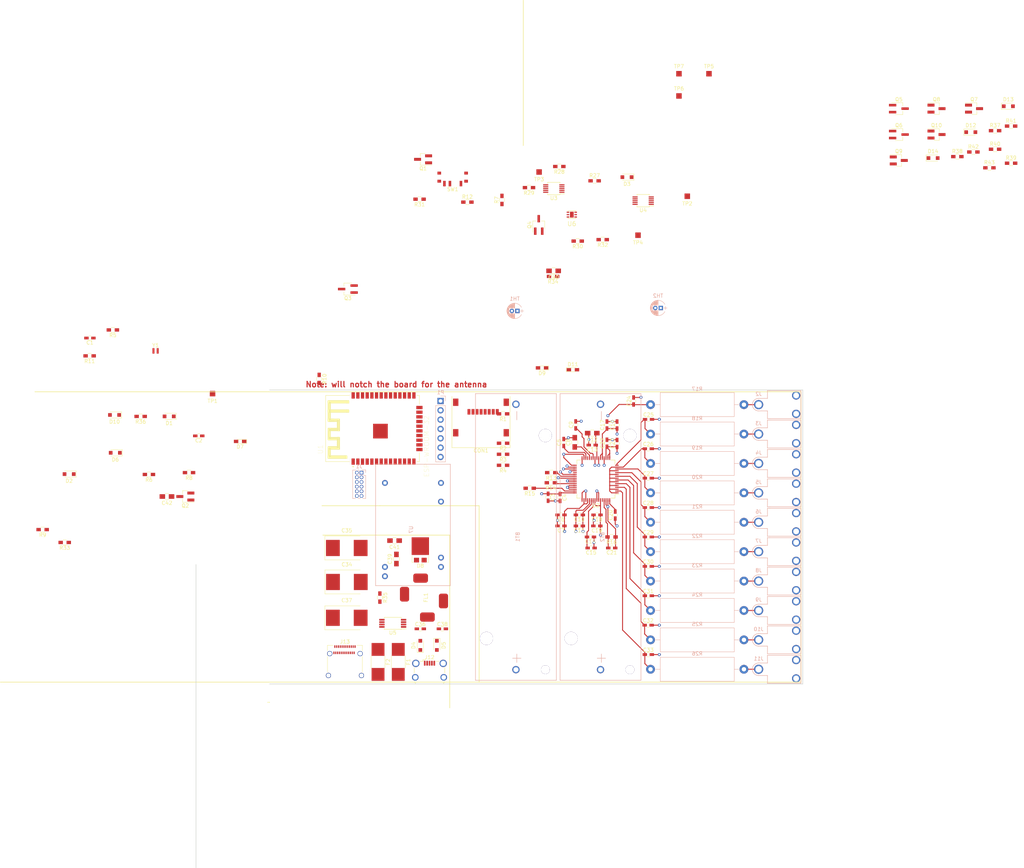
<source format=kicad_pcb>
(kicad_pcb (version 20171130) (host pcbnew "(5.0.0-rc2-108-g8444b1b61)")
  (layers (0 F.Cu signal) (1 In1.Cu.gnd power) (2 In2.Cu.pwr power) (3 In3.Cu.gnd signal) (4 In4.Cu.vert power) (5 In5.Cu.gnd signal) (6 In6.Cu.horz power) (31 B.Cu signal) (34 B.Paste user) (35 F.Paste user) (36 B.SilkS user) (37 F.SilkS user) (38 B.Mask user) (39 F.Mask user) (44 Edge.Cuts user))
  (net 0 "")
  (net 1 GND)
  (net 2 /Vbat2)
  (net 3 /Vbat1)
  (net 4 /RTC_P)
  (net 5 /RTC_N)
  (net 6 +3V3)
  (net 7 "Net-(C5-Pad1)")
  (net 8 "Net-(C8-Pad1)")
  (net 9 "Net-(C9-Pad1)")
  (net 10 "Net-(C12-Pad1)")
  (net 11 "Net-(C14-Pad2)")
  (net 12 "Net-(C20-Pad2)")
  (net 13 "Net-(C21-Pad2)")
  (net 14 /ads1298/RLDOUT)
  (net 15 "Net-(C25-Pad1)")
  (net 16 "Net-(C26-Pad1)")
  (net 17 "Net-(C27-Pad1)")
  (net 18 "Net-(C28-Pad1)")
  (net 19 "Net-(C29-Pad1)")
  (net 20 "Net-(C30-Pad1)")
  (net 21 "Net-(C31-Pad1)")
  (net 22 "Net-(C32-Pad1)")
  (net 23 "Net-(C33-Pad1)")
  (net 24 /power/MUX_POWER_OUT)
  (net 25 GNDPWR)
  (net 26 /power/USB_C_IN)
  (net 27 /power/USB_MICRO_IN)
  (net 28 "Net-(C40-Pad1)")
  (net 29 "Net-(C41-Pad2)")
  (net 30 "Net-(C41-Pad1)")
  (net 31 "Net-(CON1-Pad3)")
  (net 32 /power/REGULATOR_IN)
  (net 33 /FTDI_V)
  (net 34 /power/V_ISO)
  (net 35 "Net-(D2-Pad1)")
  (net 36 "Net-(D3-Pad1)")
  (net 37 "Net-(D9-Pad1)")
  (net 38 +5V)
  (net 39 +5C)
  (net 40 /IO2)
  (net 41 /IO4)
  (net 42 /IO12)
  (net 43 /IO13)
  (net 44 /IO14)
  (net 45 /IO15)
  (net 46 /IO27)
  (net 47 /IO36)
  (net 48 /IO39)
  (net 49 /ads1298/INP1)
  (net 50 /ads1298/IN1_8N)
  (net 51 /ads1298/IN2P)
  (net 52 /ads1298/IN3P)
  (net 53 /ads1298/IN4P)
  (net 54 /ads1298/IN5P)
  (net 55 /ads1298/IN6P)
  (net 56 /ads1298/IN7P)
  (net 57 /ads1298/IN8P)
  (net 58 "Net-(J12-Pad2)")
  (net 59 "Net-(J12-Pad3)")
  (net 60 "Net-(J12-Pad4)")
  (net 61 "Net-(J13-PadA2)")
  (net 62 "Net-(J13-PadA3)")
  (net 63 "Net-(J13-PadA5)")
  (net 64 "Net-(J13-PadA6)")
  (net 65 "Net-(J13-PadA7)")
  (net 66 "Net-(J13-PadA10)")
  (net 67 "Net-(J13-PadA8)")
  (net 68 "Net-(J13-PadA11)")
  (net 69 "Net-(J13-PadB2)")
  (net 70 "Net-(J13-PadB3)")
  (net 71 "Net-(J13-PadB5)")
  (net 72 "Net-(J13-PadB6)")
  (net 73 "Net-(J13-PadB7)")
  (net 74 "Net-(J13-PadB8)")
  (net 75 "Net-(J13-PadB10)")
  (net 76 "Net-(J13-PadB11)")
  (net 77 /DTR)
  (net 78 /RXD0)
  (net 79 /TXD0)
  (net 80 /CTS)
  (net 81 /RTS)
  (net 82 "Net-(Q1-Pad2)")
  (net 83 /EN)
  (net 84 /IO0)
  (net 85 "Net-(Q2-Pad2)")
  (net 86 /Enable_vbat_read)
  (net 87 "Net-(Q3-Pad1)")
  (net 88 "Net-(Q4-Pad1)")
  (net 89 /ads1298/ADS_MOSI)
  (net 90 /MOSI)
  (net 91 /CLK)
  (net 92 /ads1298/ADS_SCLK)
  (net 93 /ads1298/ADS_~CS~)
  (net 94 /ads1298/ADS_START)
  (net 95 /read_bat_1)
  (net 96 /read_bat_2)
  (net 97 "Net-(R14-Pad1)")
  (net 98 /MISO)
  (net 99 "Net-(R15-Pad1)")
  (net 100 /Bat2Charging)
  (net 101 /Bat1charging)
  (net 102 "Net-(R29-Pad1)")
  (net 103 "Net-(R30-Pad1)")
  (net 104 "Net-(R31-Pad2)")
  (net 105 "Net-(R31-Pad1)")
  (net 106 "Net-(R32-Pad1)")
  (net 107 "Net-(R32-Pad2)")
  (net 108 "Net-(R35-Pad1)")
  (net 109 "Net-(SW1-Pad3)")
  (net 110 "Net-(TP4-Pad1)")
  (net 111 "Net-(U1-Pad32)")
  (net 112 "Net-(U2-Pad60)")
  (net 113 "Net-(U2-Pad37)")
  (net 114 "Net-(U2-Pad29)")
  (net 115 "Net-(U2-Pad27)")
  (net 116 "Net-(U5-Pad1)")
  (net 117 "Net-(U6-Pad3)")
  (net 118 "Net-(U7-Pad11)")
  (net 119 /ads1298/RLDOUT_FILT)
  (net 120 /~CS~)
  (net 121 /~DRDY~_IN)
  (net 122 /START_OUT)
  (net 123 /~RESET~_OUT)
  (net 124 /~PWDN~_OUT)
  (net 125 /SD_DAT1)
  (net 126 /SD_DAT0)
  (net 127 /SD_CLK)
  (net 128 /SD_CD)
  (net 129 /SD_DAT2)
  (net 130 "Net-(BT1-Pad1)")
  (net 131 "Net-(BT2-Pad1)")
  (net 132 "Net-(Q7-Pad1)")
  (net 133 "Net-(D12-Pad2)")
  (net 134 "Net-(D6-Pad2)")
  (net 135 "Net-(Q10-Pad2)")
  (net 136 "Net-(Q5-Pad1)")
  (net 137 /Enable_Charging)
  (net 138 "Net-(Q6-Pad1)")
  (net 139 /power/Bat2_backwards)
  (net 140 /power/Bat1_backwards)
  (net 141 "Net-(TP7-Pad1)")
  (net 142 "Net-(TP6-Pad1)")
  (net 143 "Net-(TP5-Pad1)")
  (module Measurement_Points:Measurement_Point_Square-SMD-Pad_Small (layer F.Cu) (at 198.3 -39.3 180)
    (fp_text reference TP3 (at 0 -2 180) (layer F.SilkS))
    (fp_text value Test_Point)
    (pad 1 smd rect (at 0 0 180) (size 1.5 1.5) (layers F.Cu F.Mask) (net 2 /Vbat2))
  )
  (module Measurement_Points:Measurement_Point_Square-SMD-Pad_Small (layer F.Cu) (at 109.5 21 180)
    (fp_text reference TP1 (at 0 -2 180) (layer F.SilkS))
    (fp_text value Test_Point)
    (pad 1 smd rect (at 0 0 180) (size 1.5 1.5) (layers F.Cu F.Mask) (net 137 /Enable_Charging))
  )
  (module Measurement_Points:Measurement_Point_Square-SMD-Pad_Small (layer F.Cu) (at 238.6 -32.7 180)
    (fp_text reference TP2 (at 0 -2 180) (layer F.SilkS))
    (fp_text value Test_Point)
    (pad 1 smd rect (at 0 0 180) (size 1.5 1.5) (layers F.Cu F.Mask) (net 3 /Vbat1))
  )
  (module Measurement_Points:Measurement_Point_Square-SMD-Pad_Small (layer F.Cu) (at 225.2 -22.1 180)
    (fp_text reference TP4 (at 0 -2 180) (layer F.SilkS))
    (fp_text value Test_Point)
    (pad 1 smd rect (at 0 0 180) (size 1.5 1.5) (layers F.Cu F.Mask) (net 110 "Net-(TP4-Pad1)"))
  )
  (module Measurement_Points:Measurement_Point_Square-SMD-Pad_Small (layer F.Cu) (at 244.494524 -66.0425)
    (fp_text reference TP5 (at 0 -2) (layer F.SilkS))
    (fp_text value Test_Point)
    (pad 1 smd rect (at 0 0) (size 1.5 1.5) (layers F.Cu F.Mask) (net 143 "Net-(TP5-Pad1)"))
  )
  (module Measurement_Points:Measurement_Point_Square-SMD-Pad_Small (layer F.Cu) (at 236.334524 -59.9925)
    (fp_text reference TP6 (at 0 -2) (layer F.SilkS))
    (fp_text value Test_Point)
    (pad 1 smd rect (at 0 0) (size 1.5 1.5) (layers F.Cu F.Mask) (net 142 "Net-(TP6-Pad1)"))
  )
  (module Measurement_Points:Measurement_Point_Square-SMD-Pad_Small (layer F.Cu) (at 236.334524 -66.0425)
    (fp_text reference TP7 (at 0 -2) (layer F.SilkS))
    (fp_text value Test_Point)
    (pad 1 smd rect (at 0 0) (size 1.5 1.5) (layers F.Cu F.Mask) (net 141 "Net-(TP7-Pad1)"))
  )
  (module Pin_Headers:Pin_Header_Straight_2x06_Pitch1.27mm (layer B.Cu) (at 150 42.5 180)
    (fp_text reference J1 (at 0.635 1.695 180) (layer B.SilkS) (effects (justify mirror)))
    (fp_text value Conn_02x06_Odd_Even)
    (pad 12 thru_hole oval (at 1.27 -6.35 180) (size 1 1) (drill 0.65) (layers *.Cu *.Mask) (net 48 /IO39))
    (pad 11 thru_hole oval (at 0 -6.35 180) (size 1 1) (drill 0.65) (layers *.Cu *.Mask) (net 47 /IO36))
    (pad 10 thru_hole oval (at 1.27 -5.08 180) (size 1 1) (drill 0.65) (layers *.Cu *.Mask) (net 46 /IO27))
    (pad 9 thru_hole oval (at 0 -5.08 180) (size 1 1) (drill 0.65) (layers *.Cu *.Mask) (net 45 /IO15))
    (pad 8 thru_hole oval (at 1.27 -3.81 180) (size 1 1) (drill 0.65) (layers *.Cu *.Mask) (net 44 /IO14))
    (pad 7 thru_hole oval (at 0 -3.81 180) (size 1 1) (drill 0.65) (layers *.Cu *.Mask) (net 43 /IO13))
    (pad 6 thru_hole oval (at 1.27 -2.54 180) (size 1 1) (drill 0.65) (layers *.Cu *.Mask) (net 42 /IO12))
    (pad 5 thru_hole oval (at 0 -2.54 180) (size 1 1) (drill 0.65) (layers *.Cu *.Mask) (net 41 /IO4))
    (pad 4 thru_hole oval (at 1.27 -1.27 180) (size 1 1) (drill 0.65) (layers *.Cu *.Mask) (net 40 /IO2))
    (pad 3 thru_hole oval (at 0 -1.27 180) (size 1 1) (drill 0.65) (layers *.Cu *.Mask) (net 6 +3V3))
    (pad 2 thru_hole oval (at 1.27 0 180) (size 1 1) (drill 0.65) (layers *.Cu *.Mask) (net 1 GND))
    (pad 1 thru_hole rect (at 0 0 180) (size 1 1) (drill 0.65) (layers *.Cu *.Mask) (net 1 GND))
  )
  (module Diodes_SMD:D_SOD-323_HandSoldering (layer F.Cu) (at 305.432619 -43.0925)
    (fp_text reference D14 (at 0 -1.85) (layer F.SilkS))
    (fp_text value D_Schottky)
    (pad 1 smd rect (at -1.25 0) (size 1 1) (layers F.Cu F.Paste F.Mask) (net 2 /Vbat2))
    (pad 2 smd rect (at 1.25 0) (size 1 1) (layers F.Cu F.Paste F.Mask) (net 130 "Net-(BT1-Pad1)"))
  )
  (module Diodes_SMD:D_SOD-323_HandSoldering (layer F.Cu) (at 325.902619 -57.1925)
    (fp_text reference D13 (at 0 -1.85) (layer F.SilkS))
    (fp_text value D_Schottky)
    (pad 2 smd rect (at 1.25 0) (size 1 1) (layers F.Cu F.Paste F.Mask) (net 131 "Net-(BT2-Pad1)"))
    (pad 1 smd rect (at -1.25 0) (size 1 1) (layers F.Cu F.Paste F.Mask) (net 3 /Vbat1))
  )
  (module Diodes_SMD:D_SOD-323_HandSoldering (layer F.Cu) (at 315.692619 -50.1425)
    (fp_text reference D12 (at 0 -1.85) (layer F.SilkS))
    (fp_text value D_Schottky)
    (pad 1 smd rect (at -1.25 0) (size 1 1) (layers F.Cu F.Paste F.Mask) (net 32 /power/REGULATOR_IN))
    (pad 2 smd rect (at 1.25 0) (size 1 1) (layers F.Cu F.Paste F.Mask) (net 133 "Net-(D12-Pad2)"))
  )
  (module LEDs:LED_0603_HandSoldering (layer F.Cu) (at 117 34 180)
    (fp_text reference D7 (at 0 -1.45 180) (layer F.SilkS))
    (fp_text value LED)
    (pad 1 smd rect (at -1.1 0 180) (size 1.2 0.9) (layers F.Cu F.Paste F.Mask) (net 140 /power/Bat1_backwards))
    (pad 2 smd rect (at 1.1 0 180) (size 1.2 0.9) (layers F.Cu F.Paste F.Mask) (net 1 GND))
  )
  (module LEDs:LED_0603_HandSoldering (layer F.Cu) (at 207.5 14.5)
    (fp_text reference D11 (at 0 -1.45) (layer F.SilkS))
    (fp_text value LED)
    (pad 2 smd rect (at 1.1 0) (size 1.2 0.9) (layers F.Cu F.Paste F.Mask) (net 1 GND))
    (pad 1 smd rect (at -1.1 0) (size 1.2 0.9) (layers F.Cu F.Paste F.Mask) (net 139 /power/Bat2_backwards))
  )
  (module Resistors_SMD:R_0603_HandSoldering (layer F.Cu) (at 320.755001 -40.4425)
    (fp_text reference R43 (at 0 -1.45) (layer F.SilkS))
    (fp_text value 100k)
    (pad 2 smd rect (at 1.1 0) (size 1.2 0.9) (layers F.Cu F.Paste F.Mask) (net 137 /Enable_Charging))
    (pad 1 smd rect (at -1.1 0) (size 1.2 0.9) (layers F.Cu F.Paste F.Mask) (net 34 /power/V_ISO))
  )
  (module Resistors_SMD:R_0603_HandSoldering (layer F.Cu) (at 316.395001 -44.7425)
    (fp_text reference R42 (at 0 -1.45) (layer F.SilkS))
    (fp_text value 100k)
    (pad 1 smd rect (at -1.1 0) (size 1.2 0.9) (layers F.Cu F.Paste F.Mask) (net 134 "Net-(D6-Pad2)"))
    (pad 2 smd rect (at 1.1 0) (size 1.2 0.9) (layers F.Cu F.Paste F.Mask) (net 130 "Net-(BT1-Pad1)"))
  )
  (module Resistors_SMD:R_0603_HandSoldering (layer F.Cu) (at 312.035001 -43.4925)
    (fp_text reference R38 (at 0 -1.45) (layer F.SilkS))
    (fp_text value 100k)
    (pad 2 smd rect (at 1.1 0) (size 1.2 0.9) (layers F.Cu F.Paste F.Mask) (net 1 GND))
    (pad 1 smd rect (at -1.1 0) (size 1.2 0.9) (layers F.Cu F.Paste F.Mask) (net 135 "Net-(Q10-Pad2)"))
  )
  (module Resistors_SMD:R_0603_HandSoldering (layer F.Cu) (at 322.295001 -50.5425)
    (fp_text reference R37 (at 0 -1.45) (layer F.SilkS))
    (fp_text value 100k)
    (pad 1 smd rect (at -1.1 0) (size 1.2 0.9) (layers F.Cu F.Paste F.Mask) (net 132 "Net-(Q7-Pad1)"))
    (pad 2 smd rect (at 1.1 0) (size 1.2 0.9) (layers F.Cu F.Paste F.Mask) (net 1 GND))
  )
  (module Resistors_SMD:R_0603_HandSoldering (layer F.Cu) (at 326.655001 -41.6925)
    (fp_text reference R39 (at 0 -1.45) (layer F.SilkS))
    (fp_text value 330)
    (pad 2 smd rect (at 1.1 0) (size 1.2 0.9) (layers F.Cu F.Paste F.Mask) (net 140 /power/Bat1_backwards))
    (pad 1 smd rect (at -1.1 0) (size 1.2 0.9) (layers F.Cu F.Paste F.Mask) (net 131 "Net-(BT2-Pad1)"))
  )
  (module Resistors_SMD:R_0603_HandSoldering (layer F.Cu) (at 322.295001 -45.4925)
    (fp_text reference R40 (at 0 -1.45) (layer F.SilkS))
    (fp_text value 330)
    (pad 1 smd rect (at -1.1 0) (size 1.2 0.9) (layers F.Cu F.Paste F.Mask) (net 130 "Net-(BT1-Pad1)"))
    (pad 2 smd rect (at 1.1 0) (size 1.2 0.9) (layers F.Cu F.Paste F.Mask) (net 139 /power/Bat2_backwards))
  )
  (module Resistors_SMD:R_0603_HandSoldering (layer F.Cu) (at 326.655001 -51.7925)
    (fp_text reference R41 (at 0 -1.45) (layer F.SilkS))
    (fp_text value 100k)
    (pad 2 smd rect (at 1.1 0) (size 1.2 0.9) (layers F.Cu F.Paste F.Mask) (net 131 "Net-(BT2-Pad1)"))
    (pad 1 smd rect (at -1.1 0) (size 1.2 0.9) (layers F.Cu F.Paste F.Mask) (net 133 "Net-(D12-Pad2)"))
  )
  (module TO_SOT_Packages_SMD:SOT-23W_Handsoldering (layer F.Cu) (at 296.132143 -49.4925)
    (fp_text reference Q6 (at 0 -2.5) (layer F.SilkS))
    (fp_text value Q_NMOS_DGS)
    (pad 3 smd rect (at 1.7 0) (size 2 0.7) (layers F.Cu F.Paste F.Mask) (net 1 GND))
    (pad 2 smd rect (at -1.7 0.95) (size 2 0.7) (layers F.Cu F.Paste F.Mask) (net 137 /Enable_Charging))
    (pad 1 smd rect (at -1.7 -0.95) (size 2 0.7) (layers F.Cu F.Paste F.Mask) (net 138 "Net-(Q6-Pad1)"))
  )
  (module TO_SOT_Packages_SMD:SOT-23W_Handsoldering (layer F.Cu) (at 296.132143 -56.5425)
    (fp_text reference Q5 (at 0 -2.5) (layer F.SilkS))
    (fp_text value Q_NMOS_DGS)
    (pad 1 smd rect (at -1.7 -0.95) (size 2 0.7) (layers F.Cu F.Paste F.Mask) (net 136 "Net-(Q5-Pad1)"))
    (pad 2 smd rect (at -1.7 0.95) (size 2 0.7) (layers F.Cu F.Paste F.Mask) (net 137 /Enable_Charging))
    (pad 3 smd rect (at 1.7 0) (size 2 0.7) (layers F.Cu F.Paste F.Mask) (net 1 GND))
  )
  (module TO_SOT_Packages_SMD:SOT-23_Handsoldering (layer F.Cu) (at 306.368333 -49.4925)
    (fp_text reference Q10 (at 0 -2.5) (layer F.SilkS))
    (fp_text value Q_PMOS_DGS)
    (pad 3 smd rect (at 1.5 0) (size 1.9 0.8) (layers F.Cu F.Paste F.Mask) (net 134 "Net-(D6-Pad2)"))
    (pad 2 smd rect (at -1.5 0.95) (size 1.9 0.8) (layers F.Cu F.Paste F.Mask) (net 135 "Net-(Q10-Pad2)"))
    (pad 1 smd rect (at -1.5 -0.95) (size 1.9 0.8) (layers F.Cu F.Paste F.Mask) (net 130 "Net-(BT1-Pad1)"))
  )
  (module TO_SOT_Packages_SMD:SOT-23_Handsoldering (layer F.Cu) (at 296.108333 -42.4425)
    (fp_text reference Q9 (at 0 -2.5) (layer F.SilkS))
    (fp_text value Q_PMOS_DGS)
    (pad 1 smd rect (at -1.5 -0.95) (size 1.9 0.8) (layers F.Cu F.Paste F.Mask) (net 131 "Net-(BT2-Pad1)"))
    (pad 2 smd rect (at -1.5 0.95) (size 1.9 0.8) (layers F.Cu F.Paste F.Mask) (net 132 "Net-(Q7-Pad1)"))
    (pad 3 smd rect (at 1.5 0) (size 1.9 0.8) (layers F.Cu F.Paste F.Mask) (net 133 "Net-(D12-Pad2)"))
  )
  (module TO_SOT_Packages_SMD:SOT-23_Handsoldering (layer F.Cu) (at 306.368333 -56.5425)
    (fp_text reference Q8 (at 0 -2.5) (layer F.SilkS))
    (fp_text value Q_PMOS_DGS)
    (pad 3 smd rect (at 1.5 0) (size 1.9 0.8) (layers F.Cu F.Paste F.Mask) (net 134 "Net-(D6-Pad2)"))
    (pad 2 smd rect (at -1.5 0.95) (size 1.9 0.8) (layers F.Cu F.Paste F.Mask) (net 130 "Net-(BT1-Pad1)"))
    (pad 1 smd rect (at -1.5 -0.95) (size 1.9 0.8) (layers F.Cu F.Paste F.Mask) (net 135 "Net-(Q10-Pad2)"))
  )
  (module TO_SOT_Packages_SMD:SOT-23_Handsoldering (layer F.Cu) (at 316.578333 -56.5425)
    (fp_text reference Q7 (at 0 -2.5) (layer F.SilkS))
    (fp_text value Q_PMOS_DGS)
    (pad 1 smd rect (at -1.5 -0.95) (size 1.9 0.8) (layers F.Cu F.Paste F.Mask) (net 132 "Net-(Q7-Pad1)"))
    (pad 2 smd rect (at -1.5 0.95) (size 1.9 0.8) (layers F.Cu F.Paste F.Mask) (net 131 "Net-(BT2-Pad1)"))
    (pad 3 smd rect (at 1.5 0) (size 1.9 0.8) (layers F.Cu F.Paste F.Mask) (net 133 "Net-(D12-Pad2)"))
  )
  (module PlasticsOne:PlasticsOne_41828 (layer B.Cu) (at 258 24)
    (fp_text reference J2 (at 0 -2.9) (layer B.SilkS) (effects (justify mirror)))
    (fp_text value Conn_01x01)
    (pad 3 thru_hole circle (at 10.2 -2.5) (size 2.25 2.25) (drill 1.55) (layers *.Cu *.Mask))
    (pad 2 thru_hole circle (at 10.2 2.5) (size 2.25 2.25) (drill 1.55) (layers *.Cu *.Mask))
    (pad 1 thru_hole circle (at 0 0) (size 2.5 2.5) (drill 1.75) (layers *.Cu *.Mask) (net 14 /ads1298/RLDOUT))
  )
  (module PlasticsOne:PlasticsOne_41828 (layer B.Cu) (at 258 40)
    (fp_text reference J4 (at 0 -2.9) (layer B.SilkS) (effects (justify mirror)))
    (fp_text value Conn_01x01)
    (pad 1 thru_hole circle (at 0 0) (size 2.5 2.5) (drill 1.75) (layers *.Cu *.Mask) (net 50 /ads1298/IN1_8N))
    (pad 2 thru_hole circle (at 10.2 2.5) (size 2.25 2.25) (drill 1.55) (layers *.Cu *.Mask))
    (pad 3 thru_hole circle (at 10.2 -2.5) (size 2.25 2.25) (drill 1.55) (layers *.Cu *.Mask))
  )
  (module PlasticsOne:PlasticsOne_41828 (layer B.Cu) (at 258 48)
    (fp_text reference J5 (at 0 -2.9) (layer B.SilkS) (effects (justify mirror)))
    (fp_text value Conn_01x01)
    (pad 3 thru_hole circle (at 10.2 -2.5) (size 2.25 2.25) (drill 1.55) (layers *.Cu *.Mask))
    (pad 2 thru_hole circle (at 10.2 2.5) (size 2.25 2.25) (drill 1.55) (layers *.Cu *.Mask))
    (pad 1 thru_hole circle (at 0 0) (size 2.5 2.5) (drill 1.75) (layers *.Cu *.Mask) (net 51 /ads1298/IN2P))
  )
  (module PlasticsOne:PlasticsOne_41828 (layer B.Cu) (at 258 56)
    (fp_text reference J6 (at 0 -2.9) (layer B.SilkS) (effects (justify mirror)))
    (fp_text value Conn_01x01)
    (pad 3 thru_hole circle (at 10.2 -2.5) (size 2.25 2.25) (drill 1.55) (layers *.Cu *.Mask))
    (pad 2 thru_hole circle (at 10.2 2.5) (size 2.25 2.25) (drill 1.55) (layers *.Cu *.Mask))
    (pad 1 thru_hole circle (at 0 0) (size 2.5 2.5) (drill 1.75) (layers *.Cu *.Mask) (net 52 /ads1298/IN3P))
  )
  (module PlasticsOne:PlasticsOne_41828 (layer B.Cu) (at 258 64)
    (fp_text reference J7 (at 0 -2.9) (layer B.SilkS) (effects (justify mirror)))
    (fp_text value Conn_01x01)
    (pad 1 thru_hole circle (at 0 0) (size 2.5 2.5) (drill 1.75) (layers *.Cu *.Mask) (net 53 /ads1298/IN4P))
    (pad 2 thru_hole circle (at 10.2 2.5) (size 2.25 2.25) (drill 1.55) (layers *.Cu *.Mask))
    (pad 3 thru_hole circle (at 10.2 -2.5) (size 2.25 2.25) (drill 1.55) (layers *.Cu *.Mask))
  )
  (module PlasticsOne:PlasticsOne_41828 (layer B.Cu) (at 258 72)
    (fp_text reference J8 (at 0 -2.9) (layer B.SilkS) (effects (justify mirror)))
    (fp_text value Conn_01x01)
    (pad 3 thru_hole circle (at 10.2 -2.5) (size 2.25 2.25) (drill 1.55) (layers *.Cu *.Mask))
    (pad 2 thru_hole circle (at 10.2 2.5) (size 2.25 2.25) (drill 1.55) (layers *.Cu *.Mask))
    (pad 1 thru_hole circle (at 0 0) (size 2.5 2.5) (drill 1.75) (layers *.Cu *.Mask) (net 54 /ads1298/IN5P))
  )
  (module PlasticsOne:PlasticsOne_41828 (layer B.Cu) (at 258 80)
    (fp_text reference J9 (at 0 -2.9) (layer B.SilkS) (effects (justify mirror)))
    (fp_text value Conn_01x01)
    (pad 1 thru_hole circle (at 0 0) (size 2.5 2.5) (drill 1.75) (layers *.Cu *.Mask) (net 55 /ads1298/IN6P))
    (pad 2 thru_hole circle (at 10.2 2.5) (size 2.25 2.25) (drill 1.55) (layers *.Cu *.Mask))
    (pad 3 thru_hole circle (at 10.2 -2.5) (size 2.25 2.25) (drill 1.55) (layers *.Cu *.Mask))
  )
  (module PlasticsOne:PlasticsOne_41828 (layer B.Cu) (at 258 96)
    (fp_text reference J11 (at 0 -2.9) (layer B.SilkS) (effects (justify mirror)))
    (fp_text value Conn_01x01)
    (pad 1 thru_hole circle (at 0 0) (size 2.5 2.5) (drill 1.75) (layers *.Cu *.Mask) (net 57 /ads1298/IN8P))
    (pad 2 thru_hole circle (at 10.2 2.5) (size 2.25 2.25) (drill 1.55) (layers *.Cu *.Mask))
    (pad 3 thru_hole circle (at 10.2 -2.5) (size 2.25 2.25) (drill 1.55) (layers *.Cu *.Mask))
  )
  (module Resistors_ThroughHole:R_Axial_Power_L20.0mm_W6.4mm_P25.40mm (layer B.Cu) (at 254 80 180)
    (fp_text reference R24 (at 12.7 4.26 180) (layer B.SilkS) (effects (justify mirror)))
    (fp_text value 51k)
    (pad 1 thru_hole circle (at 0 0 180) (size 2.4 2.4) (drill 1.2) (layers *.Cu *.Mask) (net 55 /ads1298/IN6P))
    (pad 2 thru_hole oval (at 25.4 0 180) (size 2.4 2.4) (drill 1.2) (layers *.Cu *.Mask) (net 21 "Net-(C31-Pad1)"))
  )
  (module Resistors_ThroughHole:R_Axial_Power_L20.0mm_W6.4mm_P25.40mm (layer B.Cu) (at 254 88 180)
    (fp_text reference R25 (at 12.7 4.26 180) (layer B.SilkS) (effects (justify mirror)))
    (fp_text value 51k)
    (pad 2 thru_hole oval (at 25.4 0 180) (size 2.4 2.4) (drill 1.2) (layers *.Cu *.Mask) (net 22 "Net-(C32-Pad1)"))
    (pad 1 thru_hole circle (at 0 0 180) (size 2.4 2.4) (drill 1.2) (layers *.Cu *.Mask) (net 56 /ads1298/IN7P))
  )
  (module Resistors_ThroughHole:R_Axial_Power_L20.0mm_W6.4mm_P25.40mm (layer B.Cu) (at 254 96 180)
    (fp_text reference R26 (at 12.7 4.26 180) (layer B.SilkS) (effects (justify mirror)))
    (fp_text value 51k)
    (pad 1 thru_hole circle (at 0 0 180) (size 2.4 2.4) (drill 1.2) (layers *.Cu *.Mask) (net 57 /ads1298/IN8P))
    (pad 2 thru_hole oval (at 25.4 0 180) (size 2.4 2.4) (drill 1.2) (layers *.Cu *.Mask) (net 23 "Net-(C33-Pad1)"))
  )
  (module Resistors_ThroughHole:R_Axial_Power_L20.0mm_W6.4mm_P25.40mm (layer B.Cu) (at 254 24 180)
    (fp_text reference R17 (at 12.7 4.26 180) (layer B.SilkS) (effects (justify mirror)))
    (fp_text value 51k)
    (pad 2 thru_hole oval (at 25.4 0 180) (size 2.4 2.4) (drill 1.2) (layers *.Cu *.Mask) (net 119 /ads1298/RLDOUT_FILT))
    (pad 1 thru_hole circle (at 0 0 180) (size 2.4 2.4) (drill 1.2) (layers *.Cu *.Mask) (net 14 /ads1298/RLDOUT))
  )
  (module Resistors_ThroughHole:R_Axial_Power_L20.0mm_W6.4mm_P25.40mm (layer B.Cu) (at 254 32 180)
    (fp_text reference R18 (at 12.7 4.26 180) (layer B.SilkS) (effects (justify mirror)))
    (fp_text value 51k)
    (pad 1 thru_hole circle (at 0 0 180) (size 2.4 2.4) (drill 1.2) (layers *.Cu *.Mask) (net 49 /ads1298/INP1))
    (pad 2 thru_hole oval (at 25.4 0 180) (size 2.4 2.4) (drill 1.2) (layers *.Cu *.Mask) (net 15 "Net-(C25-Pad1)"))
  )
  (module Resistors_ThroughHole:R_Axial_Power_L20.0mm_W6.4mm_P25.40mm (layer B.Cu) (at 254 40 180)
    (fp_text reference R19 (at 12.7 4.26 180) (layer B.SilkS) (effects (justify mirror)))
    (fp_text value 51k)
    (pad 1 thru_hole circle (at 0 0 180) (size 2.4 2.4) (drill 1.2) (layers *.Cu *.Mask) (net 50 /ads1298/IN1_8N))
    (pad 2 thru_hole oval (at 25.4 0 180) (size 2.4 2.4) (drill 1.2) (layers *.Cu *.Mask) (net 16 "Net-(C26-Pad1)"))
  )
  (module Resistors_ThroughHole:R_Axial_Power_L20.0mm_W6.4mm_P25.40mm (layer B.Cu) (at 254 48 180)
    (fp_text reference R20 (at 12.7 4.26 180) (layer B.SilkS) (effects (justify mirror)))
    (fp_text value 51k)
    (pad 2 thru_hole oval (at 25.4 0 180) (size 2.4 2.4) (drill 1.2) (layers *.Cu *.Mask) (net 17 "Net-(C27-Pad1)"))
    (pad 1 thru_hole circle (at 0 0 180) (size 2.4 2.4) (drill 1.2) (layers *.Cu *.Mask) (net 51 /ads1298/IN2P))
  )
  (module Resistors_ThroughHole:R_Axial_Power_L20.0mm_W6.4mm_P25.40mm (layer B.Cu) (at 254 56 180)
    (fp_text reference R21 (at 12.7 4.26 180) (layer B.SilkS) (effects (justify mirror)))
    (fp_text value 51k)
    (pad 1 thru_hole circle (at 0 0 180) (size 2.4 2.4) (drill 1.2) (layers *.Cu *.Mask) (net 52 /ads1298/IN3P))
    (pad 2 thru_hole oval (at 25.4 0 180) (size 2.4 2.4) (drill 1.2) (layers *.Cu *.Mask) (net 18 "Net-(C28-Pad1)"))
  )
  (module Resistors_ThroughHole:R_Axial_Power_L20.0mm_W6.4mm_P25.40mm (layer B.Cu) (at 254 64 180)
    (fp_text reference R22 (at 12.7 4.26 180) (layer B.SilkS) (effects (justify mirror)))
    (fp_text value 51k)
    (pad 2 thru_hole oval (at 25.4 0 180) (size 2.4 2.4) (drill 1.2) (layers *.Cu *.Mask) (net 19 "Net-(C29-Pad1)"))
    (pad 1 thru_hole circle (at 0 0 180) (size 2.4 2.4) (drill 1.2) (layers *.Cu *.Mask) (net 53 /ads1298/IN4P))
  )
  (module Resistors_ThroughHole:R_Axial_Power_L20.0mm_W6.4mm_P25.40mm (layer B.Cu) (at 254 72 180)
    (fp_text reference R23 (at 12.7 4.26 180) (layer B.SilkS) (effects (justify mirror)))
    (fp_text value 51k)
    (pad 2 thru_hole oval (at 25.4 0 180) (size 2.4 2.4) (drill 1.2) (layers *.Cu *.Mask) (net 20 "Net-(C30-Pad1)"))
    (pad 1 thru_hole circle (at 0 0 180) (size 2.4 2.4) (drill 1.2) (layers *.Cu *.Mask) (net 54 /ads1298/IN5P))
  )
  (module PlasticsOne:PlasticsOne_41828 (layer B.Cu) (at 258 88)
    (fp_text reference J10 (at 0 -2.9) (layer B.SilkS) (effects (justify mirror)))
    (fp_text value Conn_01x01)
    (pad 3 thru_hole circle (at 10.2 -2.5) (size 2.25 2.25) (drill 1.55) (layers *.Cu *.Mask))
    (pad 2 thru_hole circle (at 10.2 2.5) (size 2.25 2.25) (drill 1.55) (layers *.Cu *.Mask))
    (pad 1 thru_hole circle (at 0 0) (size 2.5 2.5) (drill 1.75) (layers *.Cu *.Mask) (net 56 /ads1298/IN7P))
  )
  (module Capacitors_SMD:C_0603_HandSoldering (layer F.Cu) (at 76.152405 5.875644 180)
    (fp_text reference C1 (at 0 -1.25 180) (layer F.SilkS))
    (fp_text value 12pF)
    (pad 2 smd rect (at 0.95 0 180) (size 1.2 0.75) (layers F.Cu F.Paste F.Mask) (net 1 GND))
    (pad 1 smd rect (at -0.95 0 180) (size 1.2 0.75) (layers F.Cu F.Paste F.Mask) (net 4 /RTC_P))
  )
  (module Capacitors_SMD:C_0603_HandSoldering (layer F.Cu) (at 105.75 32.5 180)
    (fp_text reference C2 (at 0 -1.25 180) (layer F.SilkS))
    (fp_text value 12pF)
    (pad 1 smd rect (at -0.95 0 180) (size 1.2 0.75) (layers F.Cu F.Paste F.Mask) (net 5 /RTC_N))
    (pad 2 smd rect (at 0.95 0 180) (size 1.2 0.75) (layers F.Cu F.Paste F.Mask) (net 1 GND))
  )
  (module Capacitors_SMD:C_0603_HandSoldering (layer F.Cu) (at 200.75 49.2 270)
    (fp_text reference C3 (at 0 -1.25 270) (layer F.SilkS))
    (fp_text value 1uF)
    (pad 2 smd rect (at 0.95 0 270) (size 1.2 0.75) (layers F.Cu F.Paste F.Mask) (net 1 GND))
    (pad 1 smd rect (at -0.95 0 270) (size 1.2 0.75) (layers F.Cu F.Paste F.Mask) (net 6 +3V3))
  )
  (module Capacitors_SMD:C_0603_HandSoldering (layer F.Cu) (at 204 49.25 270)
    (fp_text reference C4 (at 0 -1.25 270) (layer F.SilkS))
    (fp_text value 100nF)
    (pad 2 smd rect (at 0.95 0 270) (size 1.2 0.75) (layers F.Cu F.Paste F.Mask) (net 1 GND))
    (pad 1 smd rect (at -0.95 0 270) (size 1.2 0.75) (layers F.Cu F.Paste F.Mask) (net 6 +3V3))
  )
  (module Capacitors_SMD:C_0603_HandSoldering (layer F.Cu) (at 205 34.3 90)
    (fp_text reference C5 (at 0 -1.25 90) (layer F.SilkS))
    (fp_text value 1uF)
    (pad 1 smd rect (at -0.95 0 90) (size 1.2 0.75) (layers F.Cu F.Paste F.Mask) (net 7 "Net-(C5-Pad1)"))
    (pad 2 smd rect (at 0.95 0 90) (size 1.2 0.75) (layers F.Cu F.Paste F.Mask) (net 1 GND))
  )
  (module Capacitors_SMD:C_0603_HandSoldering (layer F.Cu) (at 204.25 54 180)
    (fp_text reference C6 (at 0 -1.25 180) (layer F.SilkS))
    (fp_text value 100nF)
    (pad 2 smd rect (at 0.95 0 180) (size 1.2 0.75) (layers F.Cu F.Paste F.Mask) (net 1 GND))
    (pad 1 smd rect (at -0.95 0 180) (size 1.2 0.75) (layers F.Cu F.Paste F.Mask) (net 6 +3V3))
  )
  (module Capacitors_SMD:C_0603_HandSoldering (layer F.Cu) (at 204.25 57 180)
    (fp_text reference C7 (at 0 -1.25 180) (layer F.SilkS))
    (fp_text value 1uF)
    (pad 1 smd rect (at -0.95 0 180) (size 1.2 0.75) (layers F.Cu F.Paste F.Mask) (net 6 +3V3))
    (pad 2 smd rect (at 0.95 0 180) (size 1.2 0.75) (layers F.Cu F.Paste F.Mask) (net 1 GND))
  )
  (module Capacitors_SMD:C_0805_HandSoldering (layer F.Cu) (at 208 34.25 90)
    (fp_text reference C8 (at 0 -1.75 90) (layer F.SilkS))
    (fp_text value 22uF)
    (pad 2 smd rect (at 1.25 0 90) (size 1.5 1.25) (layers F.Cu F.Paste F.Mask) (net 1 GND))
    (pad 1 smd rect (at -1.25 0 90) (size 1.5 1.25) (layers F.Cu F.Paste F.Mask) (net 8 "Net-(C8-Pad1)"))
  )
  (module Capacitors_SMD:C_0603_HandSoldering (layer F.Cu) (at 208.25 29.5 90)
    (fp_text reference C9 (at 0 -1.25 90) (layer F.SilkS))
    (fp_text value 1uF)
    (pad 2 smd rect (at 0.95 0 90) (size 1.2 0.75) (layers F.Cu F.Paste F.Mask) (net 1 GND))
    (pad 1 smd rect (at -0.95 0 90) (size 1.2 0.75) (layers F.Cu F.Paste F.Mask) (net 9 "Net-(C9-Pad1)"))
  )
  (module Capacitors_SMD:C_0603_HandSoldering (layer F.Cu) (at 209.25 54 180)
    (fp_text reference C10 (at 0 -1.25 180) (layer F.SilkS))
    (fp_text value 100nF)
    (pad 1 smd rect (at -0.95 0 180) (size 1.2 0.75) (layers F.Cu F.Paste F.Mask) (net 6 +3V3))
    (pad 2 smd rect (at 0.95 0 180) (size 1.2 0.75) (layers F.Cu F.Paste F.Mask) (net 1 GND))
  )
  (module Capacitors_SMD:C_0603_HandSoldering (layer F.Cu) (at 209.25 57 180)
    (fp_text reference C11 (at 0 -1.25 180) (layer F.SilkS))
    (fp_text value 1uF)
    (pad 2 smd rect (at 0.95 0 180) (size 1.2 0.75) (layers F.Cu F.Paste F.Mask) (net 1 GND))
    (pad 1 smd rect (at -0.95 0 180) (size 1.2 0.75) (layers F.Cu F.Paste F.Mask) (net 6 +3V3))
  )
  (module Capacitors_SMD:C_0805_HandSoldering (layer F.Cu) (at 212.75 31.75 180)
    (fp_text reference C12 (at 0 -1.75 180) (layer F.SilkS))
    (fp_text value 10uF)
    (pad 1 smd rect (at -1.25 0 180) (size 1.5 1.25) (layers F.Cu F.Paste F.Mask) (net 10 "Net-(C12-Pad1)"))
    (pad 2 smd rect (at 1.25 0 180) (size 1.5 1.25) (layers F.Cu F.Paste F.Mask) (net 1 GND))
  )
  (module Capacitors_SMD:C_0603_HandSoldering (layer F.Cu) (at 212.75 35 180)
    (fp_text reference C13 (at 0 -1.25 180) (layer F.SilkS))
    (fp_text value 100nF)
    (pad 1 smd rect (at -0.95 0 180) (size 1.2 0.75) (layers F.Cu F.Paste F.Mask) (net 10 "Net-(C12-Pad1)"))
    (pad 2 smd rect (at 0.95 0 180) (size 1.2 0.75) (layers F.Cu F.Paste F.Mask) (net 1 GND))
  )
  (module Capacitors_SMD:C_0603_HandSoldering (layer F.Cu) (at 212.271423 60 180)
    (fp_text reference C14 (at 0 -1.25 180) (layer F.SilkS))
    (fp_text value 100nF)
    (pad 2 smd rect (at 0.95 0 180) (size 1.2 0.75) (layers F.Cu F.Paste F.Mask) (net 11 "Net-(C14-Pad2)"))
    (pad 1 smd rect (at -0.95 0 180) (size 1.2 0.75) (layers F.Cu F.Paste F.Mask) (net 1 GND))
  )
  (module Capacitors_SMD:C_0603_HandSoldering (layer F.Cu) (at 212.45 63 180)
    (fp_text reference C15 (at 0 -1.25 180) (layer F.SilkS))
    (fp_text value 1uF)
    (pad 1 smd rect (at -0.95 0 180) (size 1.2 0.75) (layers F.Cu F.Paste F.Mask) (net 1 GND))
    (pad 2 smd rect (at 0.95 0 180) (size 1.2 0.75) (layers F.Cu F.Paste F.Mask) (net 11 "Net-(C14-Pad2)"))
  )
  (module Capacitors_SMD:C_0603_HandSoldering (layer F.Cu) (at 219.5 29.55 90)
    (fp_text reference C16 (at 0 -1.25 90) (layer F.SilkS))
    (fp_text value 1uF)
    (pad 2 smd rect (at 0.95 0 90) (size 1.2 0.75) (layers F.Cu F.Paste F.Mask) (net 1 GND))
    (pad 1 smd rect (at -0.95 0 90) (size 1.2 0.75) (layers F.Cu F.Paste F.Mask) (net 6 +3V3))
  )
  (module Capacitors_SMD:C_0603_HandSoldering (layer F.Cu) (at 216.75 29.55 90)
    (fp_text reference C17 (at 0 -1.25 90) (layer F.SilkS))
    (fp_text value 100nF)
    (pad 1 smd rect (at -0.95 0 90) (size 1.2 0.75) (layers F.Cu F.Paste F.Mask) (net 6 +3V3))
    (pad 2 smd rect (at 0.95 0 90) (size 1.2 0.75) (layers F.Cu F.Paste F.Mask) (net 1 GND))
  )
  (module Capacitors_SMD:C_0603_HandSoldering (layer F.Cu) (at 214.05 54 180)
    (fp_text reference C18 (at 0 -1.25 180) (layer F.SilkS))
    (fp_text value 100nF)
    (pad 2 smd rect (at 0.95 0 180) (size 1.2 0.75) (layers F.Cu F.Paste F.Mask) (net 1 GND))
    (pad 1 smd rect (at -0.95 0 180) (size 1.2 0.75) (layers F.Cu F.Paste F.Mask) (net 6 +3V3))
  )
  (module Capacitors_SMD:C_0603_HandSoldering (layer F.Cu) (at 214 57 180)
    (fp_text reference C19 (at 0 -1.25 180) (layer F.SilkS))
    (fp_text value 1uF)
    (pad 1 smd rect (at -0.95 0 180) (size 1.2 0.75) (layers F.Cu F.Paste F.Mask) (net 6 +3V3))
    (pad 2 smd rect (at 0.95 0 180) (size 1.2 0.75) (layers F.Cu F.Paste F.Mask) (net 1 GND))
  )
  (module Capacitors_SMD:C_0603_HandSoldering (layer F.Cu) (at 219 54.05 90)
    (fp_text reference C20 (at 0 -1.25 90) (layer F.SilkS))
    (fp_text value 100pF)
    (pad 2 smd rect (at 0.95 0 90) (size 1.2 0.75) (layers F.Cu F.Paste F.Mask) (net 12 "Net-(C20-Pad2)"))
    (pad 1 smd rect (at -0.95 0 90) (size 1.2 0.75) (layers F.Cu F.Paste F.Mask) (net 1 GND))
  )
  (module Capacitors_SMD:C_0603_HandSoldering (layer F.Cu) (at 218.05 63 180)
    (fp_text reference C21 (at 0 -1.25 180) (layer F.SilkS))
    (fp_text value 10nF)
    (pad 1 smd rect (at -0.95 0 180) (size 1.2 0.75) (layers F.Cu F.Paste F.Mask) (net 119 /ads1298/RLDOUT_FILT))
    (pad 2 smd rect (at 0.95 0 180) (size 1.2 0.75) (layers F.Cu F.Paste F.Mask) (net 13 "Net-(C21-Pad2)"))
  )
  (module Capacitors_SMD:C_0603_HandSoldering (layer F.Cu) (at 216.75 34.5 90)
    (fp_text reference C22 (at 0 -1.25 90) (layer F.SilkS))
    (fp_text value 100nF)
    (pad 1 smd rect (at -0.95 0 90) (size 1.2 0.75) (layers F.Cu F.Paste F.Mask) (net 6 +3V3))
    (pad 2 smd rect (at 0.95 0 90) (size 1.2 0.75) (layers F.Cu F.Paste F.Mask) (net 1 GND))
  )
  (module Capacitors_SMD:C_0603_HandSoldering (layer F.Cu) (at 219.5 34.55 90)
    (fp_text reference C23 (at 0 -1.25 90) (layer F.SilkS))
    (fp_text value 1uF)
    (pad 2 smd rect (at 0.95 0 90) (size 1.2 0.75) (layers F.Cu F.Paste F.Mask) (net 1 GND))
    (pad 1 smd rect (at -0.95 0 90) (size 1.2 0.75) (layers F.Cu F.Paste F.Mask) (net 6 +3V3))
  )
  (module Capacitors_SMD:C_0603_HandSoldering (layer F.Cu) (at 224 23 90)
    (fp_text reference C24 (at 0 -1.25 90) (layer F.SilkS))
    (fp_text value 470pF)
    (pad 2 smd rect (at 0.95 0 90) (size 1.2 0.75) (layers F.Cu F.Paste F.Mask) (net 1 GND))
    (pad 1 smd rect (at -0.95 0 90) (size 1.2 0.75) (layers F.Cu F.Paste F.Mask) (net 119 /ads1298/RLDOUT_FILT))
  )
  (module Capacitors_SMD:C_0603_HandSoldering (layer F.Cu) (at 228.05 28)
    (fp_text reference C25 (at 0 -1.25) (layer F.SilkS))
    (fp_text value 470pF)
    (pad 2 smd rect (at 0.95 0) (size 1.2 0.75) (layers F.Cu F.Paste F.Mask) (net 1 GND))
    (pad 1 smd rect (at -0.95 0) (size 1.2 0.75) (layers F.Cu F.Paste F.Mask) (net 15 "Net-(C25-Pad1)"))
  )
  (module Capacitors_SMD:C_0603_HandSoldering (layer F.Cu) (at 228 36)
    (fp_text reference C26 (at 0 -1.25) (layer F.SilkS))
    (fp_text value 470pF)
    (pad 1 smd rect (at -0.95 0) (size 1.2 0.75) (layers F.Cu F.Paste F.Mask) (net 16 "Net-(C26-Pad1)"))
    (pad 2 smd rect (at 0.95 0) (size 1.2 0.75) (layers F.Cu F.Paste F.Mask) (net 1 GND))
  )
  (module Capacitors_SMD:C_0603_HandSoldering (layer F.Cu) (at 228 44)
    (fp_text reference C27 (at 0 -1.25) (layer F.SilkS))
    (fp_text value 470pF)
    (pad 1 smd rect (at -0.95 0) (size 1.2 0.75) (layers F.Cu F.Paste F.Mask) (net 17 "Net-(C27-Pad1)"))
    (pad 2 smd rect (at 0.95 0) (size 1.2 0.75) (layers F.Cu F.Paste F.Mask) (net 1 GND))
  )
  (module Capacitors_SMD:C_0603_HandSoldering (layer F.Cu) (at 228 52)
    (fp_text reference C28 (at 0 -1.25) (layer F.SilkS))
    (fp_text value 470pF)
    (pad 2 smd rect (at 0.95 0) (size 1.2 0.75) (layers F.Cu F.Paste F.Mask) (net 1 GND))
    (pad 1 smd rect (at -0.95 0) (size 1.2 0.75) (layers F.Cu F.Paste F.Mask) (net 18 "Net-(C28-Pad1)"))
  )
  (module Capacitors_SMD:C_0603_HandSoldering (layer F.Cu) (at 228 60)
    (fp_text reference C29 (at 0 -1.25) (layer F.SilkS))
    (fp_text value 470pF)
    (pad 1 smd rect (at -0.95 0) (size 1.2 0.75) (layers F.Cu F.Paste F.Mask) (net 19 "Net-(C29-Pad1)"))
    (pad 2 smd rect (at 0.95 0) (size 1.2 0.75) (layers F.Cu F.Paste F.Mask) (net 1 GND))
  )
  (module Capacitors_SMD:C_0603_HandSoldering (layer F.Cu) (at 228 68)
    (fp_text reference C30 (at 0 -1.25) (layer F.SilkS))
    (fp_text value 470pF)
    (pad 2 smd rect (at 0.95 0) (size 1.2 0.75) (layers F.Cu F.Paste F.Mask) (net 1 GND))
    (pad 1 smd rect (at -0.95 0) (size 1.2 0.75) (layers F.Cu F.Paste F.Mask) (net 20 "Net-(C30-Pad1)"))
  )
  (module Capacitors_SMD:C_0603_HandSoldering (layer F.Cu) (at 228 76)
    (fp_text reference C31 (at 0 -1.25) (layer F.SilkS))
    (fp_text value 470pF)
    (pad 1 smd rect (at -0.95 0) (size 1.2 0.75) (layers F.Cu F.Paste F.Mask) (net 21 "Net-(C31-Pad1)"))
    (pad 2 smd rect (at 0.95 0) (size 1.2 0.75) (layers F.Cu F.Paste F.Mask) (net 1 GND))
  )
  (module Capacitors_SMD:C_0603_HandSoldering (layer F.Cu) (at 227.95 84)
    (fp_text reference C32 (at 0 -1.25) (layer F.SilkS))
    (fp_text value 470pF)
    (pad 2 smd rect (at 0.95 0) (size 1.2 0.75) (layers F.Cu F.Paste F.Mask) (net 1 GND))
    (pad 1 smd rect (at -0.95 0) (size 1.2 0.75) (layers F.Cu F.Paste F.Mask) (net 22 "Net-(C32-Pad1)"))
  )
  (module Capacitors_SMD:C_0603_HandSoldering (layer F.Cu) (at 228 92)
    (fp_text reference C33 (at 0 -1.25) (layer F.SilkS))
    (fp_text value 470pF)
    (pad 1 smd rect (at -0.95 0) (size 1.2 0.75) (layers F.Cu F.Paste F.Mask) (net 23 "Net-(C33-Pad1)"))
    (pad 2 smd rect (at 0.95 0) (size 1.2 0.75) (layers F.Cu F.Paste F.Mask) (net 1 GND))
  )
  (module Capacitors_Tantalum_SMD:CP_Tantalum_Case-E_EIA-7260-38_Hand (layer F.Cu) (at 146.025 72.25)
    (fp_text reference C34 (at 0 -4.75) (layer F.SilkS))
    (fp_text value 330uF)
    (pad 1 smd rect (at -3.775 0) (size 3.75 4.4) (layers F.Cu F.Paste F.Mask) (net 24 /power/MUX_POWER_OUT))
    (pad 2 smd rect (at 3.775 0) (size 3.75 4.4) (layers F.Cu F.Paste F.Mask) (net 25 GNDPWR))
  )
  (module Capacitors_Tantalum_SMD:CP_Tantalum_Case-E_EIA-7260-38_Hand (layer F.Cu) (at 146 63)
    (fp_text reference C35 (at 0 -4.75) (layer F.SilkS))
    (fp_text value 330uF)
    (pad 2 smd rect (at 3.775 0) (size 3.75 4.4) (layers F.Cu F.Paste F.Mask) (net 25 GNDPWR))
    (pad 1 smd rect (at -3.775 0) (size 3.75 4.4) (layers F.Cu F.Paste F.Mask) (net 24 /power/MUX_POWER_OUT))
  )
  (module Capacitors_SMD:C_0603_HandSoldering (layer F.Cu) (at 166 85)
    (fp_text reference C36 (at 0 -1.25) (layer F.SilkS))
    (fp_text value 0.1uF)
    (pad 1 smd rect (at -0.95 0) (size 1.2 0.75) (layers F.Cu F.Paste F.Mask) (net 26 /power/USB_C_IN))
    (pad 2 smd rect (at 0.95 0) (size 1.2 0.75) (layers F.Cu F.Paste F.Mask) (net 25 GNDPWR))
  )
  (module Capacitors_Tantalum_SMD:CP_Tantalum_Case-E_EIA-7260-38_Hand (layer F.Cu) (at 146 82)
    (fp_text reference C37 (at 0 -4.75) (layer F.SilkS))
    (fp_text value 330uF)
    (pad 1 smd rect (at -3.775 0) (size 3.75 4.4) (layers F.Cu F.Paste F.Mask) (net 24 /power/MUX_POWER_OUT))
    (pad 2 smd rect (at 3.775 0) (size 3.75 4.4) (layers F.Cu F.Paste F.Mask) (net 25 GNDPWR))
  )
  (module Capacitors_SMD:C_0603_HandSoldering (layer F.Cu) (at 172 85)
    (fp_text reference C38 (at 0 -1.25) (layer F.SilkS))
    (fp_text value 0.1uF)
    (pad 2 smd rect (at 0.95 0) (size 1.2 0.75) (layers F.Cu F.Paste F.Mask) (net 25 GNDPWR))
    (pad 1 smd rect (at -0.95 0) (size 1.2 0.75) (layers F.Cu F.Paste F.Mask) (net 27 /power/USB_MICRO_IN))
  )
  (module Capacitors_SMD:C_0805_HandSoldering (layer F.Cu) (at 159.5 66 90)
    (fp_text reference C39 (at 0 -1.75 90) (layer F.SilkS))
    (fp_text value 22uF)
    (pad 1 smd rect (at -1.25 0 90) (size 1.5 1.25) (layers F.Cu F.Paste F.Mask) (net 24 /power/MUX_POWER_OUT))
    (pad 2 smd rect (at 1.25 0 90) (size 1.5 1.25) (layers F.Cu F.Paste F.Mask) (net 25 GNDPWR))
  )
  (module Capacitors_SMD:C_0805_HandSoldering (layer F.Cu) (at 202.25 -12.4 180)
    (fp_text reference C40 (at 0 -1.75 180) (layer F.SilkS))
    (fp_text value 10uF)
    (pad 2 smd rect (at 1.25 0 180) (size 1.5 1.25) (layers F.Cu F.Paste F.Mask) (net 1 GND))
    (pad 1 smd rect (at -1.25 0 180) (size 1.5 1.25) (layers F.Cu F.Paste F.Mask) (net 28 "Net-(C40-Pad1)"))
  )
  (module Capacitors_SMD:C_0805_HandSoldering (layer F.Cu) (at 159 61 180)
    (fp_text reference C41 (at 0 -1.75 180) (layer F.SilkS))
    (fp_text value 22uF)
    (pad 2 smd rect (at 1.25 0 180) (size 1.5 1.25) (layers F.Cu F.Paste F.Mask) (net 29 "Net-(C41-Pad2)"))
    (pad 1 smd rect (at -1.25 0 180) (size 1.5 1.25) (layers F.Cu F.Paste F.Mask) (net 30 "Net-(C41-Pad1)"))
  )
  (module Capacitors_SMD:C_0805_HandSoldering (layer F.Cu) (at 97.1 49 180)
    (fp_text reference C42 (at 0 -1.75 180) (layer F.SilkS))
    (fp_text value 10uF)
    (pad 1 smd rect (at -1.25 0 180) (size 1.5 1.25) (layers F.Cu F.Paste F.Mask) (net 6 +3V3))
    (pad 2 smd rect (at 1.25 0 180) (size 1.5 1.25) (layers F.Cu F.Paste F.Mask) (net 1 GND))
  )
  (module Connectors_Card:MicroSd_Wurth_693072010801 (layer F.Cu) (at 182.5 27.5 180)
    (fp_text reference CON1 (at 0 -9 180) (layer F.SilkS))
    (fp_text value Micro_SD_Card)
    (pad 1 smd rect (at 3.275 1.55 180) (size 0.8 1.5) (layers F.Cu F.Paste F.Mask) (net 129 /SD_DAT2))
    (pad 2 smd rect (at 2.175 1.55 180) (size 0.8 1.5) (layers F.Cu F.Paste F.Mask) (net 128 /SD_CD))
    (pad 3 smd rect (at 1.075 1.55 180) (size 0.8 1.5) (layers F.Cu F.Paste F.Mask) (net 31 "Net-(CON1-Pad3)"))
    (pad 4 smd rect (at -0.025 1.55 180) (size 0.8 1.5) (layers F.Cu F.Paste F.Mask) (net 6 +3V3))
    (pad 5 smd rect (at -1.125 1.55 180) (size 0.8 1.5) (layers F.Cu F.Paste F.Mask) (net 127 /SD_CLK))
    (pad 6 smd rect (at -2.225 1.55 180) (size 0.8 1.5) (layers F.Cu F.Paste F.Mask) (net 1 GND))
    (pad 7 smd rect (at -3.325 1.55 180) (size 0.8 1.5) (layers F.Cu F.Paste F.Mask) (net 126 /SD_DAT0))
    (pad 8 smd rect (at -4.425 1.55 180) (size 0.8 1.5) (layers F.Cu F.Paste F.Mask) (net 125 /SD_DAT1))
    (pad 9 smd rect (at 6.875 -4.15 180) (size 1.45 2) (layers F.Cu F.Paste F.Mask) (net 1 GND))
    (pad 9 smd rect (at 6.875 4.15 180) (size 1.45 2) (layers F.Cu F.Paste F.Mask) (net 1 GND))
    (pad 9 smd rect (at -6.875 -4.15 180) (size 1.45 2) (layers F.Cu F.Paste F.Mask) (net 1 GND))
    (pad 9 smd rect (at -6.875 4.15 180) (size 1.45 2) (layers F.Cu F.Paste F.Mask) (net 1 GND))
  )
  (module Diodes_SMD:D_SOD-323_HandSoldering (layer F.Cu) (at 97.7 27.2 180)
    (fp_text reference D1 (at 0 -1.85 180) (layer F.SilkS))
    (fp_text value D_Schottky)
    (pad 1 smd rect (at -1.25 0 180) (size 1 1) (layers F.Cu F.Paste F.Mask) (net 32 /power/REGULATOR_IN))
    (pad 2 smd rect (at 1.25 0 180) (size 1 1) (layers F.Cu F.Paste F.Mask) (net 33 /FTDI_V))
  )
  (module Diodes_SMD:D_SOD-323_HandSoldering (layer F.Cu) (at 70.5 42.9 180)
    (fp_text reference D2 (at 0 -1.85 180) (layer F.SilkS))
    (fp_text value D_Schottky)
    (pad 2 smd rect (at 1.25 0 180) (size 1 1) (layers F.Cu F.Paste F.Mask) (net 34 /power/V_ISO))
    (pad 1 smd rect (at -1.25 0 180) (size 1 1) (layers F.Cu F.Paste F.Mask) (net 35 "Net-(D2-Pad1)"))
  )
  (module Diodes_SMD:D_SOD-323_HandSoldering (layer F.Cu) (at 222.2 -37.9 180)
    (fp_text reference D3 (at 0 -1.85 180) (layer F.SilkS))
    (fp_text value D_Schottky)
    (pad 2 smd rect (at 1.25 0 180) (size 1 1) (layers F.Cu F.Paste F.Mask) (net 34 /power/V_ISO))
    (pad 1 smd rect (at -1.25 0 180) (size 1 1) (layers F.Cu F.Paste F.Mask) (net 36 "Net-(D3-Pad1)"))
  )
  (module Diodes_SMD:D_SOD-323_HandSoldering (layer F.Cu) (at 166 89.5 90)
    (fp_text reference D4 (at 0 -1.85 90) (layer F.SilkS))
    (fp_text value D_Zener)
    (pad 2 smd rect (at 1.25 0 90) (size 1 1) (layers F.Cu F.Paste F.Mask) (net 25 GNDPWR))
    (pad 1 smd rect (at -1.25 0 90) (size 1 1) (layers F.Cu F.Paste F.Mask) (net 27 /power/USB_MICRO_IN))
  )
  (module Diodes_SMD:D_SOD-323_HandSoldering (layer F.Cu) (at 170.5 89.5 270)
    (fp_text reference D5 (at 0 -1.85 270) (layer F.SilkS))
    (fp_text value D_Zener)
    (pad 1 smd rect (at -1.25 0 270) (size 1 1) (layers F.Cu F.Paste F.Mask) (net 26 /power/USB_C_IN))
    (pad 2 smd rect (at 1.25 0 270) (size 1 1) (layers F.Cu F.Paste F.Mask) (net 25 GNDPWR))
  )
  (module Diodes_SMD:D_SOD-323_HandSoldering (layer F.Cu) (at 83.05 37.1 180)
    (fp_text reference D6 (at 0 -1.85 180) (layer F.SilkS))
    (fp_text value D_Schottky)
    (pad 1 smd rect (at -1.25 0 180) (size 1 1) (layers F.Cu F.Paste F.Mask) (net 32 /power/REGULATOR_IN))
    (pad 2 smd rect (at 1.25 0 180) (size 1 1) (layers F.Cu F.Paste F.Mask) (net 134 "Net-(D6-Pad2)"))
  )
  (module TO_SOT_Packages_SMD:TO-277A (layer F.Cu) (at 166 64.4 180)
    (fp_text reference D8 (at 0 -3.45) (layer F.SilkS))
    (fp_text value D_Schottky_AAK)
    (pad 1 smd rect (at -1.04 -1.9) (size 1.4 1.27) (layers F.Cu F.Paste F.Mask) (net 25 GNDPWR))
    (pad 3 smd rect (at 0 1.9) (size 4.72 4.8) (layers F.Cu F.Paste F.Mask) (net 24 /power/MUX_POWER_OUT))
    (pad 2 smd rect (at 1.04 -1.9) (size 1.4 1.27) (layers F.Cu F.Paste F.Mask) (net 25 GNDPWR))
  )
  (module LEDs:LED_0603_HandSoldering (layer F.Cu) (at 199.1 14 180)
    (fp_text reference D9 (at 0 -1.45 180) (layer F.SilkS))
    (fp_text value LED)
    (pad 2 smd rect (at 1.1 0 180) (size 1.2 0.9) (layers F.Cu F.Paste F.Mask) (net 6 +3V3))
    (pad 1 smd rect (at -1.1 0 180) (size 1.2 0.9) (layers F.Cu F.Paste F.Mask) (net 37 "Net-(D9-Pad1)"))
  )
  (module Diodes_SMD:D_SOD-323_HandSoldering (layer F.Cu) (at 82.85 26.8 180)
    (fp_text reference D10 (at 0 -1.85 180) (layer F.SilkS))
    (fp_text value D_Schottky)
    (pad 2 smd rect (at 1.25 0 180) (size 1 1) (layers F.Cu F.Paste F.Mask) (net 34 /power/V_ISO))
    (pad 1 smd rect (at -1.25 0 180) (size 1 1) (layers F.Cu F.Paste F.Mask) (net 32 /power/REGULATOR_IN))
  )
  (module Resistors_SMD:R_1812_HandSoldering (layer F.Cu) (at 160 94 270)
    (fp_text reference F1 (at 0 -2.72 270) (layer F.SilkS))
    (fp_text value Polyfuse)
    (pad 2 smd rect (at 3.4 0 270) (size 3.5 3.5) (layers F.Cu F.Paste F.Mask) (net 38 +5V))
    (pad 1 smd rect (at -3.4 0 270) (size 3.5 3.5) (layers F.Cu F.Paste F.Mask) (net 27 /power/USB_MICRO_IN))
  )
  (module Resistors_SMD:R_1812_HandSoldering (layer F.Cu) (at 154.5 94 270)
    (fp_text reference F2 (at 0 -2.72 270) (layer F.SilkS))
    (fp_text value Polyfuse)
    (pad 1 smd rect (at -3.4 0 270) (size 3.5 3.5) (layers F.Cu F.Paste F.Mask) (net 26 /power/USB_C_IN))
    (pad 2 smd rect (at 3.4 0 270) (size 3.5 3.5) (layers F.Cu F.Paste F.Mask) (net 39 +5C))
  )
  (module CMS1:CMS1 (layer F.Cu) (at 167 76.5 90)
    (fp_text reference FL1 (at 0 0.5 90) (layer F.SilkS))
    (fp_text value 131uH)
    (pad 1 smd roundrect (at 5.295 -0.92 90) (size 2.5 4) (layers F.Cu F.Paste F.Mask) (net 24 /power/MUX_POWER_OUT))
    (pad 2 smd roundrect (at 0.92 -5.295 90) (size 4 2.5) (layers F.Cu F.Paste F.Mask) (net 30 "Net-(C41-Pad1)"))
    (pad 3 smd roundrect (at -5.295 0.92 90) (size 2.5 4) (layers F.Cu F.Paste F.Mask) (net 25 GNDPWR))
    (pad 4 smd roundrect (at -0.92 5.295 90) (size 4 2.5) (layers F.Cu F.Paste F.Mask) (net 29 "Net-(C41-Pad2)"))
  )
  (module PlasticsOne:PlasticsOne_41828 (layer B.Cu) (at 258 32)
    (fp_text reference J3 (at 0 -2.9) (layer B.SilkS) (effects (justify mirror)))
    (fp_text value Conn_01x01)
    (pad 1 thru_hole circle (at 0 0) (size 2.5 2.5) (drill 1.75) (layers *.Cu *.Mask) (net 49 /ads1298/INP1))
    (pad 2 thru_hole circle (at 10.2 2.5) (size 2.25 2.25) (drill 1.55) (layers *.Cu *.Mask))
    (pad 3 thru_hole circle (at 10.2 -2.5) (size 2.25 2.25) (drill 1.55) (layers *.Cu *.Mask))
  )
  (module Connectors_USB:USB_Micro-B_Wuerth-629105150521_CircularHoles (layer F.Cu) (at 168.5 96.25)
    (fp_text reference J12 (at 0 -3.5) (layer F.SilkS))
    (fp_text value USB_OTG)
    (pad 1 smd rect (at -1.3 -1.9) (size 0.45 1.3) (layers F.Cu F.Paste F.Mask) (net 38 +5V))
    (pad 2 smd rect (at -0.65 -1.9) (size 0.45 1.3) (layers F.Cu F.Paste F.Mask) (net 58 "Net-(J12-Pad2)"))
    (pad 3 smd rect (at 0 -1.9) (size 0.45 1.3) (layers F.Cu F.Paste F.Mask) (net 59 "Net-(J12-Pad3)"))
    (pad 4 smd rect (at 0.65 -1.9) (size 0.45 1.3) (layers F.Cu F.Paste F.Mask) (net 60 "Net-(J12-Pad4)"))
    (pad 5 smd rect (at 1.3 -1.9) (size 0.45 1.3) (layers F.Cu F.Paste F.Mask) (net 25 GNDPWR))
    (pad 6 thru_hole circle (at -3.725 -1.85) (size 2 2) (drill 1.4) (layers *.Cu *.Mask) (net 25 GNDPWR))
    (pad 6 thru_hole circle (at 3.725 -1.85) (size 2 2) (drill 1.4) (layers *.Cu *.Mask) (net 25 GNDPWR))
    (pad 6 thru_hole circle (at -3.875 1.95) (size 1.8 1.8) (drill 1.2) (layers *.Cu *.Mask) (net 25 GNDPWR))
    (pad 6 thru_hole circle (at 3.875 1.95) (size 1.8 1.8) (drill 1.2) (layers *.Cu *.Mask) (net 25 GNDPWR))
    (pad "" np_thru_hole circle (at -2.5 -0.8) (size 0.8 0.8) (drill 0.8) (layers *.Cu *.Mask))
    (pad "" np_thru_hole circle (at 2.5 -0.8) (size 0.8 0.8) (drill 0.8) (layers *.Cu *.Mask))
  )
  (module Connectors_USB:USB_C_Receptacle_Amphenol_12401610E4-2A_CircularHoles (layer F.Cu) (at 145.5 94.85)
    (fp_text reference J13 (at 0 -6.36) (layer F.SilkS))
    (fp_text value USB_C_Receptacle)
    (pad S1 thru_hole circle (at -4.13 -3.11) (size 1.4 1.4) (drill 1.1) (layers *.Cu *.Mask) (net 25 GNDPWR))
    (pad A1 smd rect (at -2.75 -5.02) (size 0.3 0.7) (layers F.Cu F.Paste F.Mask) (net 25 GNDPWR))
    (pad A2 smd rect (at -2.25 -5.02) (size 0.3 0.7) (layers F.Cu F.Paste F.Mask) (net 61 "Net-(J13-PadA2)"))
    (pad A3 smd rect (at -1.75 -5.02) (size 0.3 0.7) (layers F.Cu F.Paste F.Mask) (net 62 "Net-(J13-PadA3)"))
    (pad A4 smd rect (at -1.25 -5.02) (size 0.3 0.7) (layers F.Cu F.Paste F.Mask) (net 39 +5C))
    (pad A5 smd rect (at -0.75 -5.02) (size 0.3 0.7) (layers F.Cu F.Paste F.Mask) (net 63 "Net-(J13-PadA5)"))
    (pad A6 smd rect (at -0.25 -5.02) (size 0.3 0.7) (layers F.Cu F.Paste F.Mask) (net 64 "Net-(J13-PadA6)"))
    (pad A7 smd rect (at 0.25 -5.02) (size 0.3 0.7) (layers F.Cu F.Paste F.Mask) (net 65 "Net-(J13-PadA7)"))
    (pad A12 smd rect (at 2.75 -5.02) (size 0.3 0.7) (layers F.Cu F.Paste F.Mask) (net 25 GNDPWR))
    (pad A10 smd rect (at 1.75 -5.02) (size 0.3 0.7) (layers F.Cu F.Paste F.Mask) (net 66 "Net-(J13-PadA10)"))
    (pad A9 smd rect (at 1.25 -5.02) (size 0.3 0.7) (layers F.Cu F.Paste F.Mask) (net 39 +5C))
    (pad A8 smd rect (at 0.75 -5.02) (size 0.3 0.7) (layers F.Cu F.Paste F.Mask) (net 67 "Net-(J13-PadA8)"))
    (pad A11 smd rect (at 2.25 -5.02) (size 0.3 0.7) (layers F.Cu F.Paste F.Mask) (net 68 "Net-(J13-PadA11)"))
    (pad B1 smd rect (at 2.5 -3.32) (size 0.3 0.7) (layers F.Cu F.Paste F.Mask) (net 25 GNDPWR))
    (pad S1 thru_hole circle (at 4.13 -3.11) (size 1.4 1.4) (drill 1.1) (layers *.Cu *.Mask) (net 25 GNDPWR))
    (pad S1 thru_hole circle (at 4.49 2.84) (size 1.4 1.4) (drill 1.1) (layers *.Cu *.Mask) (net 25 GNDPWR))
    (pad S1 thru_hole circle (at -4.49 2.84) (size 1.4 1.4) (drill 1.1) (layers *.Cu *.Mask) (net 25 GNDPWR))
    (pad "" np_thru_hole circle (at 3.6 -4.36) (size 0.95 0.95) (drill 0.95) (layers *.Cu *.Mask))
    (pad "" np_thru_hole circle (at -3.6 -4.36) (size 0.65 0.65) (drill 0.65) (layers *.Cu *.Mask))
    (pad B2 smd rect (at 2 -3.32) (size 0.3 0.7) (layers F.Cu F.Paste F.Mask) (net 69 "Net-(J13-PadB2)"))
    (pad B3 smd rect (at 1.5 -3.32) (size 0.3 0.7) (layers F.Cu F.Paste F.Mask) (net 70 "Net-(J13-PadB3)"))
    (pad B4 smd rect (at 1 -3.32) (size 0.3 0.7) (layers F.Cu F.Paste F.Mask) (net 39 +5C))
    (pad B5 smd rect (at 0.5 -3.32) (size 0.3 0.7) (layers F.Cu F.Paste F.Mask) (net 71 "Net-(J13-PadB5)"))
    (pad B6 smd rect (at 0 -3.32) (size 0.3 0.7) (layers F.Cu F.Paste F.Mask) (net 72 "Net-(J13-PadB6)"))
    (pad B7 smd rect (at -0.5 -3.32) (size 0.3 0.7) (layers F.Cu F.Paste F.Mask) (net 73 "Net-(J13-PadB7)"))
    (pad B8 smd rect (at -1 -3.32) (size 0.3 0.7) (layers F.Cu F.Paste F.Mask) (net 74 "Net-(J13-PadB8)"))
    (pad B9 smd rect (at -1.5 -3.32) (size 0.3 0.7) (layers F.Cu F.Paste F.Mask) (net 39 +5C))
    (pad B10 smd rect (at -2 -3.32) (size 0.3 0.7) (layers F.Cu F.Paste F.Mask) (net 75 "Net-(J13-PadB10)"))
    (pad B11 smd rect (at -2.5 -3.32) (size 0.3 0.7) (layers F.Cu F.Paste F.Mask) (net 76 "Net-(J13-PadB11)"))
    (pad B12 smd rect (at -3 -3.32) (size 0.3 0.7) (layers F.Cu F.Paste F.Mask) (net 25 GNDPWR))
  )
  (module Pin_Headers:Pin_Header_Straight_1x07_Pitch2.54mm (layer B.Cu) (at 171.5 23 180)
    (fp_text reference P1 (at 0 2.33 180) (layer B.SilkS) (effects (justify mirror)))
    (fp_text value Custom_FTDI)
    (pad 1 thru_hole rect (at 0 0 180) (size 1.7 1.7) (drill 1) (layers *.Cu *.Mask) (net 77 /DTR))
    (pad 2 thru_hole oval (at 0 -2.54 180) (size 1.7 1.7) (drill 1) (layers *.Cu *.Mask) (net 78 /RXD0))
    (pad 3 thru_hole oval (at 0 -5.08 180) (size 1.7 1.7) (drill 1) (layers *.Cu *.Mask) (net 79 /TXD0))
    (pad 4 thru_hole oval (at 0 -7.62 180) (size 1.7 1.7) (drill 1) (layers *.Cu *.Mask) (net 33 /FTDI_V))
    (pad 5 thru_hole oval (at 0 -10.16 180) (size 1.7 1.7) (drill 1) (layers *.Cu *.Mask) (net 80 /CTS))
    (pad 6 thru_hole oval (at 0 -12.7 180) (size 1.7 1.7) (drill 1) (layers *.Cu *.Mask) (net 1 GND))
    (pad 7 thru_hole oval (at 0 -15.24 180) (size 1.7 1.7) (drill 1) (layers *.Cu *.Mask) (net 81 /RTS))
  )
  (module TO_SOT_Packages_SMD:SOT-23_Handsoldering (layer F.Cu) (at 166.75 -42.75 180)
    (fp_text reference Q1 (at 0 -2.5 180) (layer F.SilkS))
    (fp_text value S8050)
    (pad 1 smd rect (at -1.5 -0.95 180) (size 1.9 0.8) (layers F.Cu F.Paste F.Mask) (net 81 /RTS))
    (pad 2 smd rect (at -1.5 0.95 180) (size 1.9 0.8) (layers F.Cu F.Paste F.Mask) (net 82 "Net-(Q1-Pad2)"))
    (pad 3 smd rect (at 1.5 0 180) (size 1.9 0.8) (layers F.Cu F.Paste F.Mask) (net 83 /EN))
  )
  (module TO_SOT_Packages_SMD:SOT-23_Handsoldering (layer F.Cu) (at 102.1 49 180)
    (fp_text reference Q2 (at 0 -2.5 180) (layer F.SilkS))
    (fp_text value S8050)
    (pad 3 smd rect (at 1.5 0 180) (size 1.9 0.8) (layers F.Cu F.Paste F.Mask) (net 84 /IO0))
    (pad 2 smd rect (at -1.5 0.95 180) (size 1.9 0.8) (layers F.Cu F.Paste F.Mask) (net 85 "Net-(Q2-Pad2)"))
    (pad 1 smd rect (at -1.5 -0.95 180) (size 1.9 0.8) (layers F.Cu F.Paste F.Mask) (net 77 /DTR))
  )
  (module TO_SOT_Packages_SMD:SOT-23W_Handsoldering (layer F.Cu) (at 146.3 -7.45 180)
    (fp_text reference Q3 (at 0 -2.5 180) (layer F.SilkS))
    (fp_text value Q_NMOS_DGS)
    (pad 3 smd rect (at 1.7 0 180) (size 2 0.7) (layers F.Cu F.Paste F.Mask) (net 1 GND))
    (pad 2 smd rect (at -1.7 0.95 180) (size 2 0.7) (layers F.Cu F.Paste F.Mask) (net 86 /Enable_vbat_read))
    (pad 1 smd rect (at -1.7 -0.95 180) (size 2 0.7) (layers F.Cu F.Paste F.Mask) (net 87 "Net-(Q3-Pad1)"))
  )
  (module TO_SOT_Packages_SMD:SOT-23W_Handsoldering (layer F.Cu) (at 198.2 -24.9 90)
    (fp_text reference Q4 (at 0 -2.5 90) (layer F.SilkS))
    (fp_text value Q_NMOS_DGS)
    (pad 1 smd rect (at -1.7 -0.95 90) (size 2 0.7) (layers F.Cu F.Paste F.Mask) (net 88 "Net-(Q4-Pad1)"))
    (pad 2 smd rect (at -1.7 0.95 90) (size 2 0.7) (layers F.Cu F.Paste F.Mask) (net 86 /Enable_vbat_read))
    (pad 3 smd rect (at 1.7 0 90) (size 2 0.7) (layers F.Cu F.Paste F.Mask) (net 1 GND))
  )
  (module Resistors_SMD:R_0603_HandSoldering (layer F.Cu) (at 188.5 26.5 180)
    (fp_text reference R1 (at 0 -1.45 180) (layer F.SilkS))
    (fp_text value 47)
    (pad 1 smd rect (at -1.1 0 180) (size 1.2 0.9) (layers F.Cu F.Paste F.Mask) (net 89 /ads1298/ADS_MOSI))
    (pad 2 smd rect (at 1.1 0 180) (size 1.2 0.9) (layers F.Cu F.Paste F.Mask) (net 90 /MOSI))
  )
  (module Resistors_SMD:R_0603_HandSoldering (layer F.Cu) (at 188.5 34.5 180)
    (fp_text reference R2 (at 0 -1.45 180) (layer F.SilkS))
    (fp_text value 47)
    (pad 2 smd rect (at 1.1 0 180) (size 1.2 0.9) (layers F.Cu F.Paste F.Mask) (net 91 /CLK))
    (pad 1 smd rect (at -1.1 0 180) (size 1.2 0.9) (layers F.Cu F.Paste F.Mask) (net 92 /ads1298/ADS_SCLK))
  )
  (module Resistors_SMD:R_0603_HandSoldering (layer F.Cu) (at 188.5 37.5 180)
    (fp_text reference R3 (at 0 -1.45 180) (layer F.SilkS))
    (fp_text value 47)
    (pad 1 smd rect (at -1.1 0 180) (size 1.2 0.9) (layers F.Cu F.Paste F.Mask) (net 93 /ads1298/ADS_~CS~))
    (pad 2 smd rect (at 1.1 0 180) (size 1.2 0.9) (layers F.Cu F.Paste F.Mask) (net 120 /~CS~))
  )
  (module Resistors_SMD:R_0603_HandSoldering (layer F.Cu) (at 188.5 40.5 180)
    (fp_text reference R4 (at 0 -1.45 180) (layer F.SilkS))
    (fp_text value 47)
    (pad 2 smd rect (at 1.1 0 180) (size 1.2 0.9) (layers F.Cu F.Paste F.Mask) (net 122 /START_OUT))
    (pad 1 smd rect (at -1.1 0 180) (size 1.2 0.9) (layers F.Cu F.Paste F.Mask) (net 94 /ads1298/ADS_START))
  )
  (module Resistors_SMD:R_0603_HandSoldering (layer F.Cu) (at 82.395737 3.675644 180)
    (fp_text reference R5 (at 0 -1.45 180) (layer F.SilkS))
    (fp_text value 12K)
    (pad 1 smd rect (at -1.1 0 180) (size 1.2 0.9) (layers F.Cu F.Paste F.Mask) (net 82 "Net-(Q1-Pad2)"))
    (pad 2 smd rect (at 1.1 0 180) (size 1.2 0.9) (layers F.Cu F.Paste F.Mask) (net 77 /DTR))
  )
  (module Resistors_SMD:R_0603_HandSoldering (layer F.Cu) (at 92.2 43 180)
    (fp_text reference R6 (at 0 -1.45 180) (layer F.SilkS))
    (fp_text value 12K)
    (pad 2 smd rect (at 1.1 0 180) (size 1.2 0.9) (layers F.Cu F.Paste F.Mask) (net 81 /RTS))
    (pad 1 smd rect (at -1.1 0 180) (size 1.2 0.9) (layers F.Cu F.Paste F.Mask) (net 85 "Net-(Q2-Pad2)"))
  )
  (module Resistors_SMD:R_0603_HandSoldering (layer F.Cu) (at 188.2 -31.7 90)
    (fp_text reference R7 (at 0 -1.45 90) (layer F.SilkS))
    (fp_text value 100k)
    (pad 2 smd rect (at 1.1 0 90) (size 1.2 0.9) (layers F.Cu F.Paste F.Mask) (net 1 GND))
    (pad 1 smd rect (at -1.1 0 90) (size 1.2 0.9) (layers F.Cu F.Paste F.Mask) (net 86 /Enable_vbat_read))
  )
  (module Resistors_SMD:R_0603_HandSoldering (layer F.Cu) (at 103.1 42.5 180)
    (fp_text reference R8 (at 0 -1.45 180) (layer F.SilkS))
    (fp_text value 3.9k)
    (pad 1 smd rect (at -1.1 0 180) (size 1.2 0.9) (layers F.Cu F.Paste F.Mask) (net 3 /Vbat1))
    (pad 2 smd rect (at 1.1 0 180) (size 1.2 0.9) (layers F.Cu F.Paste F.Mask) (net 95 /read_bat_1))
  )
  (module Resistors_SMD:R_0603_HandSoldering (layer F.Cu) (at 63.3 58 180)
    (fp_text reference R9 (at 0 -1.45 180) (layer F.SilkS))
    (fp_text value 1k)
    (pad 2 smd rect (at 1.1 0 180) (size 1.2 0.9) (layers F.Cu F.Paste F.Mask) (net 87 "Net-(Q3-Pad1)"))
    (pad 1 smd rect (at -1.1 0 180) (size 1.2 0.9) (layers F.Cu F.Paste F.Mask) (net 95 /read_bat_1))
  )
  (module Resistors_SMD:R_0603_HandSoldering (layer F.Cu) (at 138.5 17 270)
    (fp_text reference R10 (at 0 -1.45 270) (layer F.SilkS))
    (fp_text value 100k)
    (pad 1 smd rect (at -1.1 0 270) (size 1.2 0.9) (layers F.Cu F.Paste F.Mask) (net 86 /Enable_vbat_read))
    (pad 2 smd rect (at 1.1 0 270) (size 1.2 0.9) (layers F.Cu F.Paste F.Mask) (net 1 GND))
  )
  (module Resistors_SMD:R_0603_HandSoldering (layer F.Cu) (at 76.075737 10.725644 180)
    (fp_text reference R11 (at 0 -1.45 180) (layer F.SilkS))
    (fp_text value 3.9k)
    (pad 1 smd rect (at -1.1 0 180) (size 1.2 0.9) (layers F.Cu F.Paste F.Mask) (net 2 /Vbat2))
    (pad 2 smd rect (at 1.1 0 180) (size 1.2 0.9) (layers F.Cu F.Paste F.Mask) (net 96 /read_bat_2))
  )
  (module Resistors_SMD:R_0603_HandSoldering (layer F.Cu) (at 178.8 -31.1)
    (fp_text reference R12 (at 0 -1.45) (layer F.SilkS))
    (fp_text value 1k)
    (pad 2 smd rect (at 1.1 0) (size 1.2 0.9) (layers F.Cu F.Paste F.Mask) (net 88 "Net-(Q4-Pad1)"))
    (pad 1 smd rect (at -1.1 0) (size 1.2 0.9) (layers F.Cu F.Paste F.Mask) (net 96 /read_bat_2))
  )
  (module Resistors_SMD:R_0603_HandSoldering (layer F.Cu) (at 201.6 42.5 180)
    (fp_text reference R13 (at 0 -1.45 180) (layer F.SilkS))
    (fp_text value 100k)
    (pad 1 smd rect (at -1.1 0 180) (size 1.2 0.9) (layers F.Cu F.Paste F.Mask) (net 93 /ads1298/ADS_~CS~))
    (pad 2 smd rect (at 1.1 0 180) (size 1.2 0.9) (layers F.Cu F.Paste F.Mask) (net 6 +3V3))
  )
  (module Resistors_SMD:R_0603_HandSoldering (layer F.Cu) (at 201.5 45.25 180)
    (fp_text reference R14 (at 0 -1.45 180) (layer F.SilkS))
    (fp_text value 47)
    (pad 2 smd rect (at 1.1 0 180) (size 1.2 0.9) (layers F.Cu F.Paste F.Mask) (net 98 /MISO))
    (pad 1 smd rect (at -1.1 0 180) (size 1.2 0.9) (layers F.Cu F.Paste F.Mask) (net 97 "Net-(R14-Pad1)"))
  )
  (module Resistors_SMD:R_0603_HandSoldering (layer F.Cu) (at 195.75 46.75 180)
    (fp_text reference R15 (at 0 -1.45 180) (layer F.SilkS))
    (fp_text value 47)
    (pad 1 smd rect (at -1.1 0 180) (size 1.2 0.9) (layers F.Cu F.Paste F.Mask) (net 99 "Net-(R15-Pad1)"))
    (pad 2 smd rect (at 1.1 0 180) (size 1.2 0.9) (layers F.Cu F.Paste F.Mask) (net 121 /~DRDY~_IN))
  )
  (module Resistors_SMD:R_0603_HandSoldering (layer F.Cu) (at 218 60 180)
    (fp_text reference R16 (at 0 -1.45 180) (layer F.SilkS))
    (fp_text value 392k)
    (pad 1 smd rect (at -1.1 0 180) (size 1.2 0.9) (layers F.Cu F.Paste F.Mask) (net 119 /ads1298/RLDOUT_FILT))
    (pad 2 smd rect (at 1.1 0 180) (size 1.2 0.9) (layers F.Cu F.Paste F.Mask) (net 13 "Net-(C21-Pad2)"))
  )
  (module Resistors_SMD:R_0603_HandSoldering (layer F.Cu) (at 213.4 -36.9)
    (fp_text reference R27 (at 0 -1.45) (layer F.SilkS))
    (fp_text value 100k)
    (pad 1 smd rect (at -1.1 0) (size 1.2 0.9) (layers F.Cu F.Paste F.Mask) (net 100 /Bat2Charging))
    (pad 2 smd rect (at 1.1 0) (size 1.2 0.9) (layers F.Cu F.Paste F.Mask) (net 6 +3V3))
  )
  (module Resistors_SMD:R_0603_HandSoldering (layer F.Cu) (at 203.8 -40.8 180)
    (fp_text reference R28 (at 0 -1.45 180) (layer F.SilkS))
    (fp_text value 100k)
    (pad 2 smd rect (at 1.1 0 180) (size 1.2 0.9) (layers F.Cu F.Paste F.Mask) (net 6 +3V3))
    (pad 1 smd rect (at -1.1 0 180) (size 1.2 0.9) (layers F.Cu F.Paste F.Mask) (net 101 /Bat1charging))
  )
  (module Resistors_SMD:R_0603_HandSoldering (layer F.Cu) (at 195.55 -35.05 180)
    (fp_text reference R29 (at 0 -1.45 180) (layer F.SilkS))
    (fp_text value 5.1k)
    (pad 1 smd rect (at -1.1 0 180) (size 1.2 0.9) (layers F.Cu F.Paste F.Mask) (net 102 "Net-(R29-Pad1)"))
    (pad 2 smd rect (at 1.1 0 180) (size 1.2 0.9) (layers F.Cu F.Paste F.Mask) (net 138 "Net-(Q6-Pad1)"))
  )
  (module Resistors_SMD:R_0603_HandSoldering (layer F.Cu) (at 208.8 -20.5 180)
    (fp_text reference R30 (at 0 -1.45 180) (layer F.SilkS))
    (fp_text value 5.1k)
    (pad 1 smd rect (at -1.1 0 180) (size 1.2 0.9) (layers F.Cu F.Paste F.Mask) (net 103 "Net-(R30-Pad1)"))
    (pad 2 smd rect (at 1.1 0 180) (size 1.2 0.9) (layers F.Cu F.Paste F.Mask) (net 136 "Net-(Q5-Pad1)"))
  )
  (module Resistors_SMD:R_0603_HandSoldering (layer F.Cu) (at 165.8 -31.9 180)
    (fp_text reference R31 (at 0 -1.45 180) (layer F.SilkS))
    (fp_text value 0)
    (pad 2 smd rect (at 1.1 0 180) (size 1.2 0.9) (layers F.Cu F.Paste F.Mask) (net 104 "Net-(R31-Pad2)"))
    (pad 1 smd rect (at -1.1 0 180) (size 1.2 0.9) (layers F.Cu F.Paste F.Mask) (net 105 "Net-(R31-Pad1)"))
  )
  (module Resistors_SMD:R_0603_HandSoldering (layer F.Cu) (at 215.6 -20.9 180)
    (fp_text reference R32 (at 0 -1.45 180) (layer F.SilkS))
    (fp_text value 0)
    (pad 1 smd rect (at -1.1 0 180) (size 1.2 0.9) (layers F.Cu F.Paste F.Mask) (net 106 "Net-(R32-Pad1)"))
    (pad 2 smd rect (at 1.1 0 180) (size 1.2 0.9) (layers F.Cu F.Paste F.Mask) (net 107 "Net-(R32-Pad2)"))
  )
  (module Resistors_SMD:R_0603_HandSoldering (layer F.Cu) (at 69.3 61.5 180)
    (fp_text reference R33 (at 0 -1.45 180) (layer F.SilkS))
    (fp_text value NI)
    (pad 2 smd rect (at 1.1 0 180) (size 1.2 0.9) (layers F.Cu F.Paste F.Mask) (net 1 GND))
    (pad 1 smd rect (at -1.1 0 180) (size 1.2 0.9) (layers F.Cu F.Paste F.Mask) (net 105 "Net-(R31-Pad1)"))
  )
  (module Resistors_SMD:R_0603_HandSoldering (layer F.Cu) (at 202.1 -10.9 180)
    (fp_text reference R34 (at 0 -1.45 180) (layer F.SilkS))
    (fp_text value NI)
    (pad 1 smd rect (at -1.1 0 180) (size 1.2 0.9) (layers F.Cu F.Paste F.Mask) (net 106 "Net-(R32-Pad1)"))
    (pad 2 smd rect (at 1.1 0 180) (size 1.2 0.9) (layers F.Cu F.Paste F.Mask) (net 1 GND))
  )
  (module Resistors_SMD:R_0603_HandSoldering (layer F.Cu) (at 155 76.5 270)
    (fp_text reference R35 (at 0 -1.45 270) (layer F.SilkS))
    (fp_text value 1k)
    (pad 1 smd rect (at -1.1 0 270) (size 1.2 0.9) (layers F.Cu F.Paste F.Mask) (net 108 "Net-(R35-Pad1)"))
    (pad 2 smd rect (at 1.1 0 270) (size 1.2 0.9) (layers F.Cu F.Paste F.Mask) (net 25 GNDPWR))
  )
  (module Resistors_SMD:R_0603_HandSoldering (layer F.Cu) (at 89.95 27.2 180)
    (fp_text reference R36 (at 0 -1.45 180) (layer F.SilkS))
    (fp_text value NI)
    (pad 2 smd rect (at 1.1 0 180) (size 1.2 0.9) (layers F.Cu F.Paste F.Mask) (net 1 GND))
    (pad 1 smd rect (at -1.1 0 180) (size 1.2 0.9) (layers F.Cu F.Paste F.Mask) (net 37 "Net-(D9-Pad1)"))
  )
  (module Alps:ALPS_SSSS810701 (layer F.Cu) (at 174.8 -37.9 180)
    (fp_text reference SW1 (at 0 -3.3 180) (layer F.SilkS))
    (fp_text value SW_SPDT)
    (pad "" np_thru_hole circle (at -1.5 0 180) (size 0.9 0.9) (drill 0.9) (layers *.Cu *.Mask))
    (pad "" np_thru_hole circle (at 1.5 0 180) (size 0.9 0.9) (drill 0.9) (layers *.Cu *.Mask))
    (pad 2 smd rect (at 0.75 -1.75 180) (size 0.7 1.5) (layers F.Cu F.Paste F.Mask) (net 32 /power/REGULATOR_IN))
    (pad 1 smd rect (at -2.25 -1.75 180) (size 0.7 1.5) (layers F.Cu F.Paste F.Mask) (net 28 "Net-(C40-Pad1)"))
    (pad 3 smd rect (at 2.25 -1.75 180) (size 0.7 1.5) (layers F.Cu F.Paste F.Mask) (net 109 "Net-(SW1-Pad3)"))
    (pad GND smd rect (at -3.65 -1.1 180) (size 1 0.8) (layers F.Cu F.Paste F.Mask))
    (pad GND smd rect (at -3.65 1.1 180) (size 1 0.8) (layers F.Cu F.Paste F.Mask))
    (pad GND smd rect (at 3.65 -1.1 180) (size 1 0.8) (layers F.Cu F.Paste F.Mask))
    (pad GND smd rect (at 3.65 1.1 180) (size 1 0.8) (layers F.Cu F.Paste F.Mask))
  )
  (module Capacitors_ThroughHole:CP_Radial_D4.0mm_P1.50mm (layer B.Cu) (at 192.4 -1.5 180)
    (fp_text reference TH1 (at 0.75 3.31 180) (layer B.SilkS) (effects (justify mirror)))
    (fp_text value Thermistor_NTC)
    (pad 2 thru_hole circle (at 1.5 0 180) (size 1.2 1.2) (drill 0.6) (layers *.Cu *.Mask) (net 1 GND))
    (pad 1 thru_hole rect (at 0 0 180) (size 1.2 1.2) (drill 0.6) (layers *.Cu *.Mask) (net 105 "Net-(R31-Pad1)"))
  )
  (module Capacitors_ThroughHole:CP_Radial_D4.0mm_P1.50mm (layer B.Cu) (at 231.4 -2.3 180)
    (fp_text reference TH2 (at 0.75 3.31 180) (layer B.SilkS) (effects (justify mirror)))
    (fp_text value Thermistor_NTC)
    (pad 1 thru_hole rect (at 0 0 180) (size 1.2 1.2) (drill 0.6) (layers *.Cu *.Mask) (net 106 "Net-(R32-Pad1)"))
    (pad 2 thru_hole circle (at 1.5 0 180) (size 1.2 1.2) (drill 0.6) (layers *.Cu *.Mask) (net 1 GND))
  )
  (module ESP-WROOM-32:MODULE_ESP-WROOM-32 (layer F.Cu) (at 156 30.5 90)
    (fp_text reference U1 (at -5.67078 -17.1596 90) (layer F.SilkS) (effects (font (size 1.32552 1.32552) (thickness 0.05))))
    (fp_text value ESP-WROOM-32 (at -4.83178 11.7172 90) (layer F.SilkS) (effects (font (size 1.32628 1.32628) (thickness 0.05))))
    (pad 38 smd rect (at 9 -8.255 270) (size 1.7 0.9) (layers F.Cu F.Paste F.Mask) (net 1 GND))
    (pad 37 smd rect (at 9 -6.985 270) (size 1.7 0.9) (layers F.Cu F.Paste F.Mask) (net 90 /MOSI))
    (pad 36 smd rect (at 9 -5.715 270) (size 1.7 0.9) (layers F.Cu F.Paste F.Mask) (net 124 /~PWDN~_OUT))
    (pad 35 smd rect (at 9 -4.445 270) (size 1.7 0.9) (layers F.Cu F.Paste F.Mask) (net 79 /TXD0))
    (pad 34 smd rect (at 9 -3.175 270) (size 1.7 0.9) (layers F.Cu F.Paste F.Mask) (net 78 /RXD0))
    (pad 33 smd rect (at 9 -1.905 270) (size 1.7 0.9) (layers F.Cu F.Paste F.Mask) (net 123 /~RESET~_OUT))
    (pad 32 smd rect (at 9 -0.635 270) (size 1.7 0.9) (layers F.Cu F.Paste F.Mask) (net 111 "Net-(U1-Pad32)"))
    (pad 31 smd rect (at 9 0.635 270) (size 1.7 0.9) (layers F.Cu F.Paste F.Mask) (net 98 /MISO))
    (pad 30 smd rect (at 9 1.905 270) (size 1.7 0.9) (layers F.Cu F.Paste F.Mask) (net 91 /CLK))
    (pad 29 smd rect (at 9 3.175 270) (size 1.7 0.9) (layers F.Cu F.Paste F.Mask) (net 120 /~CS~))
    (pad 28 smd rect (at 9 4.445 270) (size 1.7 0.9) (layers F.Cu F.Paste F.Mask) (net 122 /START_OUT))
    (pad 27 smd rect (at 9 5.715 270) (size 1.7 0.9) (layers F.Cu F.Paste F.Mask) (net 121 /~DRDY~_IN))
    (pad 26 smd rect (at 9 6.985 270) (size 1.7 0.9) (layers F.Cu F.Paste F.Mask) (net 41 /IO4))
    (pad 25 smd rect (at 9 8.255 270) (size 1.7 0.9) (layers F.Cu F.Paste F.Mask) (net 84 /IO0))
    (pad 24 smd rect (at 5.715 9.755 180) (size 1.7 0.9) (layers F.Cu F.Paste F.Mask) (net 40 /IO2))
    (pad 23 smd rect (at 4.445 9.755 180) (size 1.7 0.9) (layers F.Cu F.Paste F.Mask) (net 45 /IO15))
    (pad 22 smd rect (at 3.175 9.755 180) (size 1.7 0.9) (layers F.Cu F.Paste F.Mask) (net 125 /SD_DAT1))
    (pad 21 smd rect (at 1.905 9.755 180) (size 1.7 0.9) (layers F.Cu F.Paste F.Mask) (net 126 /SD_DAT0))
    (pad 20 smd rect (at 0.635 9.755 180) (size 1.7 0.9) (layers F.Cu F.Paste F.Mask) (net 127 /SD_CLK))
    (pad 19 smd rect (at -0.635 9.755 180) (size 1.7 0.9) (layers F.Cu F.Paste F.Mask) (net 31 "Net-(CON1-Pad3)"))
    (pad 18 smd rect (at -1.905 9.755 180) (size 1.7 0.9) (layers F.Cu F.Paste F.Mask) (net 128 /SD_CD))
    (pad 17 smd rect (at -3.175 9.755 180) (size 1.7 0.9) (layers F.Cu F.Paste F.Mask) (net 129 /SD_DAT2))
    (pad 16 smd rect (at -4.445 9.755 180) (size 1.7 0.9) (layers F.Cu F.Paste F.Mask) (net 43 /IO13))
    (pad 15 smd rect (at -5.715 9.755 180) (size 1.7 0.9) (layers F.Cu F.Paste F.Mask) (net 1 GND))
    (pad 14 smd rect (at -9 8.255 90) (size 1.7 0.9) (layers F.Cu F.Paste F.Mask) (net 42 /IO12))
    (pad 13 smd rect (at -9 6.985 90) (size 1.7 0.9) (layers F.Cu F.Paste F.Mask) (net 44 /IO14))
    (pad 12 smd rect (at -9 5.715 90) (size 1.7 0.9) (layers F.Cu F.Paste F.Mask) (net 46 /IO27))
    (pad 11 smd rect (at -9 4.445 90) (size 1.7 0.9) (layers F.Cu F.Paste F.Mask) (net 137 /Enable_Charging))
    (pad 10 smd rect (at -9 3.175 90) (size 1.7 0.9) (layers F.Cu F.Paste F.Mask) (net 86 /Enable_vbat_read))
    (pad 9 smd rect (at -9 1.905 90) (size 1.7 0.9) (layers F.Cu F.Paste F.Mask) (net 5 /RTC_N))
    (pad 8 smd rect (at -9 0.635 90) (size 1.7 0.9) (layers F.Cu F.Paste F.Mask) (net 4 /RTC_P))
    (pad 7 smd rect (at -9 -0.635 90) (size 1.7 0.9) (layers F.Cu F.Paste F.Mask) (net 96 /read_bat_2))
    (pad 6 smd rect (at -9 -1.905 90) (size 1.7 0.9) (layers F.Cu F.Paste F.Mask) (net 95 /read_bat_1))
    (pad 5 smd rect (at -9 -3.175 90) (size 1.7 0.9) (layers F.Cu F.Paste F.Mask) (net 48 /IO39))
    (pad 4 smd rect (at -9 -4.445 90) (size 1.7 0.9) (layers F.Cu F.Paste F.Mask) (net 47 /IO36))
    (pad 3 smd rect (at -9 -5.715 90) (size 1.7 0.9) (layers F.Cu F.Paste F.Mask) (net 83 /EN))
    (pad 2 smd rect (at -9 -6.985 90) (size 1.7 0.9) (layers F.Cu F.Paste F.Mask) (net 6 +3V3))
    (pad 1 smd rect (at -9 -8.255 90) (size 1.7 0.9) (layers F.Cu F.Paste F.Mask) (net 1 GND))
    (pad 1.1 smd rect (at -0.7 -0.845 270) (size 4 4) (layers F.Cu F.Paste F.Mask))
  )
  (module Housings_QFP:LQFP-64_10x10mm_Pitch0.5mm (layer F.Cu) (at 213.75 44.25 180)
    (fp_text reference U2 (at 0 -7.2 180) (layer F.SilkS))
    (fp_text value ADS1298)
    (pad 1 smd rect (at -5.7 -3.75 180) (size 1 0.25) (layers F.Cu F.Paste F.Mask) (net 16 "Net-(C26-Pad1)"))
    (pad 2 smd rect (at -5.7 -3.25 180) (size 1 0.25) (layers F.Cu F.Paste F.Mask) (net 23 "Net-(C33-Pad1)"))
    (pad 3 smd rect (at -5.7 -2.75 180) (size 1 0.25) (layers F.Cu F.Paste F.Mask) (net 16 "Net-(C26-Pad1)"))
    (pad 4 smd rect (at -5.7 -2.25 180) (size 1 0.25) (layers F.Cu F.Paste F.Mask) (net 22 "Net-(C32-Pad1)"))
    (pad 5 smd rect (at -5.7 -1.75 180) (size 1 0.25) (layers F.Cu F.Paste F.Mask) (net 16 "Net-(C26-Pad1)"))
    (pad 6 smd rect (at -5.7 -1.25 180) (size 1 0.25) (layers F.Cu F.Paste F.Mask) (net 21 "Net-(C31-Pad1)"))
    (pad 7 smd rect (at -5.7 -0.75 180) (size 1 0.25) (layers F.Cu F.Paste F.Mask) (net 16 "Net-(C26-Pad1)"))
    (pad 8 smd rect (at -5.7 -0.25 180) (size 1 0.25) (layers F.Cu F.Paste F.Mask) (net 20 "Net-(C30-Pad1)"))
    (pad 9 smd rect (at -5.7 0.25 180) (size 1 0.25) (layers F.Cu F.Paste F.Mask) (net 16 "Net-(C26-Pad1)"))
    (pad 10 smd rect (at -5.7 0.75 180) (size 1 0.25) (layers F.Cu F.Paste F.Mask) (net 19 "Net-(C29-Pad1)"))
    (pad 11 smd rect (at -5.7 1.25 180) (size 1 0.25) (layers F.Cu F.Paste F.Mask) (net 16 "Net-(C26-Pad1)"))
    (pad 12 smd rect (at -5.7 1.75 180) (size 1 0.25) (layers F.Cu F.Paste F.Mask) (net 18 "Net-(C28-Pad1)"))
    (pad 13 smd rect (at -5.7 2.25 180) (size 1 0.25) (layers F.Cu F.Paste F.Mask) (net 16 "Net-(C26-Pad1)"))
    (pad 14 smd rect (at -5.7 2.75 180) (size 1 0.25) (layers F.Cu F.Paste F.Mask) (net 17 "Net-(C27-Pad1)"))
    (pad 15 smd rect (at -5.7 3.25 180) (size 1 0.25) (layers F.Cu F.Paste F.Mask) (net 16 "Net-(C26-Pad1)"))
    (pad 16 smd rect (at -5.7 3.75 180) (size 1 0.25) (layers F.Cu F.Paste F.Mask) (net 15 "Net-(C25-Pad1)"))
    (pad 17 smd rect (at -3.75 5.7 270) (size 1 0.25) (layers F.Cu F.Paste F.Mask) (net 6 +3V3))
    (pad 18 smd rect (at -3.25 5.7 270) (size 1 0.25) (layers F.Cu F.Paste F.Mask) (net 6 +3V3))
    (pad 19 smd rect (at -2.75 5.7 270) (size 1 0.25) (layers F.Cu F.Paste F.Mask) (net 6 +3V3))
    (pad 20 smd rect (at -2.25 5.7 270) (size 1 0.25) (layers F.Cu F.Paste F.Mask) (net 1 GND))
    (pad 21 smd rect (at -1.75 5.7 270) (size 1 0.25) (layers F.Cu F.Paste F.Mask) (net 6 +3V3))
    (pad 22 smd rect (at -1.25 5.7 270) (size 1 0.25) (layers F.Cu F.Paste F.Mask) (net 6 +3V3))
    (pad 23 smd rect (at -0.75 5.7 270) (size 1 0.25) (layers F.Cu F.Paste F.Mask) (net 1 GND))
    (pad 24 smd rect (at -0.25 5.7 270) (size 1 0.25) (layers F.Cu F.Paste F.Mask) (net 10 "Net-(C12-Pad1)"))
    (pad 25 smd rect (at 0.25 5.7 270) (size 1 0.25) (layers F.Cu F.Paste F.Mask) (net 1 GND))
    (pad 26 smd rect (at 0.75 5.7 270) (size 1 0.25) (layers F.Cu F.Paste F.Mask) (net 9 "Net-(C9-Pad1)"))
    (pad 27 smd rect (at 1.25 5.7 270) (size 1 0.25) (layers F.Cu F.Paste F.Mask) (net 115 "Net-(U2-Pad27)"))
    (pad 28 smd rect (at 1.75 5.7 270) (size 1 0.25) (layers F.Cu F.Paste F.Mask) (net 8 "Net-(C8-Pad1)"))
    (pad 29 smd rect (at 2.25 5.7 270) (size 1 0.25) (layers F.Cu F.Paste F.Mask) (net 114 "Net-(U2-Pad29)"))
    (pad 30 smd rect (at 2.75 5.7 270) (size 1 0.25) (layers F.Cu F.Paste F.Mask) (net 7 "Net-(C5-Pad1)"))
    (pad 31 smd rect (at 3.25 5.7 270) (size 1 0.25) (layers F.Cu F.Paste F.Mask) (net 1 GND))
    (pad 32 smd rect (at 3.75 5.7 270) (size 1 0.25) (layers F.Cu F.Paste F.Mask) (net 1 GND))
    (pad 33 smd rect (at 5.7 3.75 180) (size 1 0.25) (layers F.Cu F.Paste F.Mask) (net 1 GND))
    (pad 34 smd rect (at 5.7 3.25 180) (size 1 0.25) (layers F.Cu F.Paste F.Mask) (net 89 /ads1298/ADS_MOSI))
    (pad 35 smd rect (at 5.7 2.75 180) (size 1 0.25) (layers F.Cu F.Paste F.Mask) (net 124 /~PWDN~_OUT))
    (pad 36 smd rect (at 5.7 2.25 180) (size 1 0.25) (layers F.Cu F.Paste F.Mask) (net 123 /~RESET~_OUT))
    (pad 37 smd rect (at 5.7 1.75 180) (size 1 0.25) (layers F.Cu F.Paste F.Mask) (net 113 "Net-(U2-Pad37)"))
    (pad 38 smd rect (at 5.7 1.25 180) (size 1 0.25) (layers F.Cu F.Paste F.Mask) (net 94 /ads1298/ADS_START))
    (pad 39 smd rect (at 5.7 0.75 180) (size 1 0.25) (layers F.Cu F.Paste F.Mask) (net 93 /ads1298/ADS_~CS~))
    (pad 40 smd rect (at 5.7 0.25 180) (size 1 0.25) (layers F.Cu F.Paste F.Mask) (net 92 /ads1298/ADS_SCLK))
    (pad 41 smd rect (at 5.7 -0.25 180) (size 1 0.25) (layers F.Cu F.Paste F.Mask) (net 1 GND))
    (pad 42 smd rect (at 5.7 -0.75 180) (size 1 0.25) (layers F.Cu F.Paste F.Mask) (net 1 GND))
    (pad 43 smd rect (at 5.7 -1.25 180) (size 1 0.25) (layers F.Cu F.Paste F.Mask) (net 97 "Net-(R14-Pad1)"))
    (pad 44 smd rect (at 5.7 -1.75 180) (size 1 0.25) (layers F.Cu F.Paste F.Mask) (net 1 GND))
    (pad 45 smd rect (at 5.7 -2.25 180) (size 1 0.25) (layers F.Cu F.Paste F.Mask) (net 1 GND))
    (pad 46 smd rect (at 5.7 -2.75 180) (size 1 0.25) (layers F.Cu F.Paste F.Mask) (net 1 GND))
    (pad 47 smd rect (at 5.7 -3.25 180) (size 1 0.25) (layers F.Cu F.Paste F.Mask) (net 99 "Net-(R15-Pad1)"))
    (pad 48 smd rect (at 5.7 -3.75 180) (size 1 0.25) (layers F.Cu F.Paste F.Mask) (net 6 +3V3))
    (pad 49 smd rect (at 3.75 -5.7 270) (size 1 0.25) (layers F.Cu F.Paste F.Mask) (net 1 GND))
    (pad 50 smd rect (at 3.25 -5.7 270) (size 1 0.25) (layers F.Cu F.Paste F.Mask) (net 6 +3V3))
    (pad 51 smd rect (at 2.75 -5.7 270) (size 1 0.25) (layers F.Cu F.Paste F.Mask) (net 1 GND))
    (pad 52 smd rect (at 2.25 -5.7 270) (size 1 0.25) (layers F.Cu F.Paste F.Mask) (net 6 +3V3))
    (pad 53 smd rect (at 1.75 -5.7 270) (size 1 0.25) (layers F.Cu F.Paste F.Mask) (net 1 GND))
    (pad 54 smd rect (at 1.25 -5.7 270) (size 1 0.25) (layers F.Cu F.Paste F.Mask) (net 6 +3V3))
    (pad 55 smd rect (at 0.75 -5.7 270) (size 1 0.25) (layers F.Cu F.Paste F.Mask) (net 11 "Net-(C14-Pad2)"))
    (pad 56 smd rect (at 0.25 -5.7 270) (size 1 0.25) (layers F.Cu F.Paste F.Mask) (net 6 +3V3))
    (pad 57 smd rect (at -0.25 -5.7 270) (size 1 0.25) (layers F.Cu F.Paste F.Mask) (net 1 GND))
    (pad 58 smd rect (at -0.75 -5.7 270) (size 1 0.25) (layers F.Cu F.Paste F.Mask) (net 1 GND))
    (pad 59 smd rect (at -1.25 -5.7 270) (size 1 0.25) (layers F.Cu F.Paste F.Mask) (net 6 +3V3))
    (pad 60 smd rect (at -1.75 -5.7 270) (size 1 0.25) (layers F.Cu F.Paste F.Mask) (net 112 "Net-(U2-Pad60)"))
    (pad 61 smd rect (at -2.25 -5.7 270) (size 1 0.25) (layers F.Cu F.Paste F.Mask) (net 13 "Net-(C21-Pad2)"))
    (pad 62 smd rect (at -2.75 -5.7 270) (size 1 0.25) (layers F.Cu F.Paste F.Mask) (net 119 /ads1298/RLDOUT_FILT))
    (pad 63 smd rect (at -3.25 -5.7 270) (size 1 0.25) (layers F.Cu F.Paste F.Mask) (net 119 /ads1298/RLDOUT_FILT))
    (pad 64 smd rect (at -3.75 -5.7 270) (size 1 0.25) (layers F.Cu F.Paste F.Mask) (net 12 "Net-(C20-Pad2)"))
  )
  (module Housings_SSOP:MSOP-10_3x3mm_Pitch0.5mm (layer F.Cu) (at 202.3 -34.8 180)
    (fp_text reference U3 (at 0 -2.6 180) (layer F.SilkS))
    (fp_text value MCP73833)
    (pad 10 smd rect (at 2.2 -1 180) (size 1.4 0.3) (layers F.Cu F.Paste F.Mask) (net 134 "Net-(D6-Pad2)"))
    (pad 9 smd rect (at 2.2 -0.5 180) (size 1.4 0.3) (layers F.Cu F.Paste F.Mask) (net 134 "Net-(D6-Pad2)"))
    (pad 8 smd rect (at 2.2 0 180) (size 1.4 0.3) (layers F.Cu F.Paste F.Mask) (net 104 "Net-(R31-Pad2)"))
    (pad 7 smd rect (at 2.2 0.5 180) (size 1.4 0.3) (layers F.Cu F.Paste F.Mask) (net 141 "Net-(TP7-Pad1)"))
    (pad 6 smd rect (at 2.2 1 180) (size 1.4 0.3) (layers F.Cu F.Paste F.Mask) (net 102 "Net-(R29-Pad1)"))
    (pad 5 smd rect (at -2.2 1 180) (size 1.4 0.3) (layers F.Cu F.Paste F.Mask) (net 1 GND))
    (pad 4 smd rect (at -2.2 0.5 180) (size 1.4 0.3) (layers F.Cu F.Paste F.Mask) (net 143 "Net-(TP5-Pad1)"))
    (pad 3 smd rect (at -2.2 0 180) (size 1.4 0.3) (layers F.Cu F.Paste F.Mask) (net 100 /Bat2Charging))
    (pad 2 smd rect (at -2.2 -0.5 180) (size 1.4 0.3) (layers F.Cu F.Paste F.Mask) (net 35 "Net-(D2-Pad1)"))
    (pad 1 smd rect (at -2.2 -1 180) (size 1.4 0.3) (layers F.Cu F.Paste F.Mask) (net 35 "Net-(D2-Pad1)"))
  )
  (module Housings_SSOP:MSOP-10_3x3mm_Pitch0.5mm (layer F.Cu) (at 226.6 -31.5 180)
    (fp_text reference U4 (at 0 -2.6 180) (layer F.SilkS))
    (fp_text value MCP73833)
    (pad 1 smd rect (at -2.2 -1 180) (size 1.4 0.3) (layers F.Cu F.Paste F.Mask) (net 36 "Net-(D3-Pad1)"))
    (pad 2 smd rect (at -2.2 -0.5 180) (size 1.4 0.3) (layers F.Cu F.Paste F.Mask) (net 36 "Net-(D3-Pad1)"))
    (pad 3 smd rect (at -2.2 0 180) (size 1.4 0.3) (layers F.Cu F.Paste F.Mask) (net 101 /Bat1charging))
    (pad 4 smd rect (at -2.2 0.5 180) (size 1.4 0.3) (layers F.Cu F.Paste F.Mask) (net 110 "Net-(TP4-Pad1)"))
    (pad 5 smd rect (at -2.2 1 180) (size 1.4 0.3) (layers F.Cu F.Paste F.Mask) (net 1 GND))
    (pad 6 smd rect (at 2.2 1 180) (size 1.4 0.3) (layers F.Cu F.Paste F.Mask) (net 103 "Net-(R30-Pad1)"))
    (pad 7 smd rect (at 2.2 0.5 180) (size 1.4 0.3) (layers F.Cu F.Paste F.Mask) (net 142 "Net-(TP6-Pad1)"))
    (pad 8 smd rect (at 2.2 0 180) (size 1.4 0.3) (layers F.Cu F.Paste F.Mask) (net 107 "Net-(R32-Pad2)"))
    (pad 9 smd rect (at 2.2 -0.5 180) (size 1.4 0.3) (layers F.Cu F.Paste F.Mask) (net 133 "Net-(D12-Pad2)"))
    (pad 10 smd rect (at 2.2 -1 180) (size 1.4 0.3) (layers F.Cu F.Paste F.Mask) (net 133 "Net-(D12-Pad2)"))
  )
  (module Housings_SSOP:TSSOP-8_4.4x3mm_Pitch0.65mm (layer F.Cu) (at 158.5 83.5 180)
    (fp_text reference U5 (at 0 -2.55 180) (layer F.SilkS))
    (fp_text value TPS2113A)
    (pad 8 smd rect (at 2.95 -0.975 180) (size 1.45 0.45) (layers F.Cu F.Paste F.Mask) (net 27 /power/USB_MICRO_IN))
    (pad 7 smd rect (at 2.95 -0.325 180) (size 1.45 0.45) (layers F.Cu F.Paste F.Mask) (net 24 /power/MUX_POWER_OUT))
    (pad 6 smd rect (at 2.95 0.325 180) (size 1.45 0.45) (layers F.Cu F.Paste F.Mask) (net 26 /power/USB_C_IN))
    (pad 5 smd rect (at 2.95 0.975 180) (size 1.45 0.45) (layers F.Cu F.Paste F.Mask) (net 25 GNDPWR))
    (pad 4 smd rect (at -2.95 0.975 180) (size 1.45 0.45) (layers F.Cu F.Paste F.Mask) (net 108 "Net-(R35-Pad1)"))
    (pad 3 smd rect (at -2.95 0.325 180) (size 1.45 0.45) (layers F.Cu F.Paste F.Mask) (net 25 GNDPWR))
    (pad 2 smd rect (at -2.95 -0.325 180) (size 1.45 0.45) (layers F.Cu F.Paste F.Mask) (net 25 GNDPWR))
    (pad 1 smd rect (at -2.95 -0.975 180) (size 1.45 0.45) (layers F.Cu F.Paste F.Mask) (net 116 "Net-(U5-Pad1)"))
  )
  (module WSON:WSON-6_2x2mm_Pitch0.65mm (layer F.Cu) (at 207.2 -27.7 180)
    (fp_text reference U6 (at 0 -2.5) (layer F.SilkS) (effects (font (size 1.2 1.2))))
    (fp_text value LP5912)
    (pad 6 smd rect (at 1.05 -0.65 90) (size 0.3 0.7) (layers F.Cu F.Paste F.Mask) (net 28 "Net-(C40-Pad1)"))
    (pad 1 smd rect (at -1.05 -0.65 90) (size 0.3 0.7) (layers F.Cu F.Paste F.Mask) (net 6 +3V3))
    (pad 5 smd rect (at 1.05 0 90) (size 0.3 0.7) (layers F.Cu F.Paste F.Mask) (net 1 GND))
    (pad 2 smd rect (at -1.05 0 90) (size 0.3 0.7) (layers F.Cu F.Paste F.Mask) (net 1 GND))
    (pad 4 smd rect (at 1.05 0.65 90) (size 0.3 0.7) (layers F.Cu F.Paste F.Mask) (net 28 "Net-(C40-Pad1)"))
    (pad 3 smd rect (at -1.05 0.65 90) (size 0.3 0.7) (layers F.Cu F.Paste F.Mask) (net 117 "Net-(U6-Pad3)"))
    (pad 7 smd rect (at 0 0 90) (size 1.6 1) (layers F.Cu F.Paste F.Mask) (net 1 GND))
  )
  (module isolators:REM3 (layer B.Cu) (at 164 58 90)
    (fp_text reference U7 (at 0 -0.5 90) (layer B.SilkS) (effects (justify mirror)))
    (fp_text value REM_3-xxxxS)
    (pad 22 thru_hole circle (at -7.62 7.62 90) (size 1.6 1.6) (drill 0.9) (layers *.Cu *.Mask) (net 30 "Net-(C41-Pad1)"))
    (pad 23 thru_hole circle (at -10.16 7.62 90) (size 1.6 1.6) (drill 0.9) (layers *.Cu *.Mask) (net 30 "Net-(C41-Pad1)"))
    (pad 2 thru_hole circle (at -10.16 -7.62 90) (size 1.6 1.6) (drill 0.9) (layers *.Cu *.Mask) (net 29 "Net-(C41-Pad2)"))
    (pad 1 thru_hole circle (at -12.7 -7.62 90) (size 1.6 1.6) (drill 0.9) (layers *.Cu *.Mask) (net 30 "Net-(C41-Pad1)"))
    (pad 16 thru_hole circle (at 7.62 7.62 90) (size 1.6 1.6) (drill 0.9) (layers *.Cu *.Mask) (net 1 GND))
    (pad 14 thru_hole circle (at 12.7 7.62 90) (size 1.6 1.6) (drill 0.9) (layers *.Cu *.Mask) (net 34 /power/V_ISO))
    (pad 11 thru_hole circle (at 12.7 -7.62 90) (size 1.6 1.6) (drill 0.9) (layers *.Cu *.Mask) (net 118 "Net-(U7-Pad11)"))
  )
  (module crystals:K161 (layer F.Cu) (at 94.006214 9.365644 180)
    (fp_text reference Y1 (at 0 1.5 180) (layer F.SilkS))
    (fp_text value 32768Hz)
    (pad 1 smd rect (at -0.575 0 180) (size 0.55 1.5) (layers F.Cu F.Paste F.Mask) (net 4 /RTC_P))
    (pad 2 smd rect (at 0.575 0 180) (size 0.55 1.5) (layers F.Cu F.Paste F.Mask) (net 5 /RTC_N))
  )
  (module keystone1043:Keystone1043 (layer B.Cu) (at 192 60 270)
    (fp_text reference BT1 (at 0 -0.5 270) (layer B.SilkS) (effects (justify mirror)))
    (fp_text value Battery_Cell)
    (fp_text user + (at 33 0 270) (layer B.SilkS) (effects (font (size 3 3)) (justify mirror)))
    (fp_text user - (at -33 0 90) (layer B.SilkS) (effects (font (size 3 3)) (justify mirror)))
    (pad 2 thru_hole circle (at -36.11 0 270) (size 2 2) (drill 1.32) (layers *.Cu *.Mask) (net 1 GND))
    (pad 1 thru_hole circle (at 36.11 0 270) (size 2 2) (drill 1.32) (layers *.Cu *.Mask) (net 130 "Net-(BT1-Pad1)"))
    (pad 3 thru_hole circle (at -27.6 -8 270) (size 3.55 3.55) (drill 3.55) (layers *.Cu *.Mask))
    (pad 4 thru_hole circle (at 27.6 8 270) (size 3.55 3.55) (drill 3.55) (layers *.Cu *.Mask))
    (pad 5 thru_hole circle (at 36.11 -8 270) (size 2.39 2.39) (drill 2.39) (layers *.Cu *.Mask))
  )
  (module keystone1043:Keystone1043 (layer B.Cu) (at 215 60 270)
    (fp_text reference BT2 (at 0 -0.5 270) (layer B.SilkS) (effects (justify mirror)))
    (fp_text value Battery_Cell)
    (fp_text user - (at -33 0 90) (layer B.SilkS) (effects (font (size 3 3)) (justify mirror)))
    (fp_text user + (at 33 0 270) (layer B.SilkS) (effects (font (size 3 3)) (justify mirror)))
    (pad 5 thru_hole circle (at 36.11 -8 270) (size 2.39 2.39) (drill 2.39) (layers *.Cu *.Mask))
    (pad 4 thru_hole circle (at 27.6 8 270) (size 3.55 3.55) (drill 3.55) (layers *.Cu *.Mask))
    (pad 3 thru_hole circle (at -27.6 -8 270) (size 3.55 3.55) (drill 3.55) (layers *.Cu *.Mask))
    (pad 1 thru_hole circle (at 36.11 0 270) (size 2 2) (drill 1.32) (layers *.Cu *.Mask) (net 131 "Net-(BT2-Pad1)"))
    (pad 2 thru_hole circle (at -36.11 0 270) (size 2 2) (drill 1.32) (layers *.Cu *.Mask) (net 1 GND))
  )
  (gr_line (start 147 59.5) (end 139.5 59.5) (layer F.SilkS) (width 0.2))
  (gr_line (start 182 52.5) (end 182 51.5) (layer F.SilkS) (width 0.2))
  (gr_line (start 139.25 51.5) (end 155 51.5) (layer F.SilkS) (width 0.2))
  (gr_line (start 147 59.5) (end 174 59.5) (layer F.SilkS) (width 0.2))
  (gr_line (start 155 51.5) (end 182 51.5) (layer F.SilkS) (width 0.2))
  (gr_line (start 174 106.5) (end 174 59.5) (layer F.SilkS) (width 0.2))
  (gr_line (start 182 99.5) (end 182 52.5) (layer F.SilkS) (width 0.2))
  (gr_line (start 124.5 105) (end 125 105) (layer F.SilkS) (width 0.2))
  (gr_line (start 105 67.5) (end 105 150) (layer Edge.Cuts) (width 0.15))
  (gr_line (start 194 -46.5) (end 194 -86) (layer F.SilkS) (width 0.2))
  (gr_line (start 270 20) (end 125 20) (layer Edge.Cuts) (width 0.15))
  (gr_line (start 270 100) (end 125 100) (layer Edge.Cuts) (width 0.15))
  (gr_line (start 270 20) (end 270 100) (layer Edge.Cuts) (width 0.15))
  (gr_line (start 269.5 20.5) (end 61.2 20.5) (layer F.SilkS) (width 0.2))
  (gr_line (start 269.5 99.5) (end 51.8 99.5) (layer F.SilkS) (width 0.2))
  (gr_line (start 269.5 99.5) (end 269.5 20.5) (layer F.SilkS) (width 0.2))
  (gr_text "Note: will notch the board for the antenna" (at 159.5 18.5) (layer F.Cu) (effects (font (size 1.5 1.5) (thickness 0.3))))
  (via (at 214 47.5) (size 0.8) (drill 0.4) (layers F.Cu B.Cu) (net 1))
  (segment (start 214 49.95) (end 214 47.5) (width 0.25) (layer F.Cu) (net 1))
  (segment (start 214.5 48) (end 214 47.5) (width 0.25) (layer F.Cu) (net 1))
  (segment (start 214.5 49.95) (end 214.5 48) (width 0.25) (layer F.Cu) (net 1))
  (via (at 211 47.5) (size 0.8) (drill 0.4) (layers F.Cu B.Cu) (net 1))
  (segment (start 211 49.95) (end 211 47.5) (width 0.25) (layer F.Cu) (net 1))
  (via (at 213.5 40.5) (size 0.8) (drill 0.4) (layers F.Cu B.Cu) (net 1))
  (segment (start 213.5 38.55) (end 213.5 40.5) (width 0.25) (layer F.Cu) (net 1))
  (via (at 214.5 40.5) (size 0.8) (drill 0.4) (layers F.Cu B.Cu) (net 1))
  (segment (start 214.5 38.55) (end 214.5 40.5) (width 0.25) (layer F.Cu) (net 1))
  (via (at 216 40.5) (size 0.8) (drill 0.4) (layers F.Cu B.Cu) (net 1))
  (segment (start 216 38.55) (end 216 40.5) (width 0.25) (layer F.Cu) (net 1))
  (segment (start 210 49.95) (end 210 48) (width 0.25) (layer F.Cu) (net 1))
  (segment (start 210.5 47.5) (end 211 47.5) (width 0.25) (layer F.Cu) (net 1))
  (segment (start 210 48) (end 210.5 47.5) (width 0.25) (layer F.Cu) (net 1))
  (via (at 219.5 57) (size 0.8) (drill 0.4) (layers F.Cu B.Cu) (net 1))
  (segment (start 219 55) (end 219 56.5) (width 0.25) (layer F.Cu) (net 1))
  (segment (start 219 56.5) (end 219.5 57) (width 0.25) (layer F.Cu) (net 1))
  (segment (start 213.1 56.95) (end 213.05 57) (width 0.25) (layer F.Cu) (net 1))
  (segment (start 213.05 59.721422) (end 213.221423 59.892845) (width 0.25) (layer F.Cu) (net 1))
  (segment (start 213.221423 59.892845) (end 213.221423 61.5) (width 0.25) (layer F.Cu) (net 1))
  (segment (start 208.3 54) (end 208.3 55.5) (width 0.25) (layer F.Cu) (net 1))
  (segment (start 208.3 55.5) (end 208.3 57) (width 0.25) (layer F.Cu) (net 1))
  (via (at 208.3 58.5) (size 0.8) (drill 0.4) (layers F.Cu B.Cu) (net 1))
  (segment (start 213.221423 61.5) (end 213.221423 62.892845) (width 0.25) (layer F.Cu) (net 1))
  (via (at 213.221423 61.5) (size 0.8) (drill 0.4) (layers F.Cu B.Cu) (net 1))
  (via (at 213.25 55.5) (size 0.8) (drill 0.4) (layers F.Cu B.Cu) (net 1))
  (segment (start 213.1 54) (end 213.1 55.35) (width 0.25) (layer F.Cu) (net 1))
  (segment (start 213.1 55.35) (end 213.25 55.5) (width 0.25) (layer F.Cu) (net 1))
  (segment (start 213.05 55.7) (end 213.25 55.5) (width 0.25) (layer F.Cu) (net 1))
  (segment (start 213.05 57) (end 213.05 55.7) (width 0.25) (layer F.Cu) (net 1))
  (segment (start 200.8 50.2) (end 200.75 50.15) (width 0.25) (layer F.Cu) (net 1))
  (segment (start 204 50.2) (end 202.75 50.2) (width 0.25) (layer F.Cu) (net 1))
  (segment (start 202.75 50.2) (end 200.8 50.2) (width 0.25) (layer F.Cu) (net 1))
  (via (at 202.75 50.2) (size 0.8) (drill 0.4) (layers F.Cu B.Cu) (net 1))
  (segment (start 203.3 54) (end 203.3 55.5) (width 0.25) (layer F.Cu) (net 1))
  (segment (start 203.3 55.5) (end 203.3 57) (width 0.25) (layer F.Cu) (net 1))
  (via (at 203.3 55.5) (size 0.8) (drill 0.4) (layers F.Cu B.Cu) (net 1))
  (segment (start 219.45 33.55) (end 219.5 33.6) (width 0.25) (layer F.Cu) (net 1))
  (segment (start 216.75 33.55) (end 218.25 33.55) (width 0.25) (layer F.Cu) (net 1))
  (segment (start 217.375 28.6) (end 218.25 28.6) (width 0.25) (layer F.Cu) (net 1))
  (segment (start 216.75 28.6) (end 217.375 28.6) (width 0.25) (layer F.Cu) (net 1))
  (segment (start 218.25 28.6) (end 219.5 28.6) (width 0.25) (layer F.Cu) (net 1))
  (via (at 218.25 28.6) (size 0.8) (drill 0.4) (layers F.Cu B.Cu) (net 1))
  (segment (start 218.25 33.55) (end 219.45 33.55) (width 0.25) (layer F.Cu) (net 1))
  (via (at 218.25 33.55) (size 0.8) (drill 0.4) (layers F.Cu B.Cu) (net 1))
  (segment (start 211.8 32.05) (end 211.5 31.75) (width 0.25) (layer F.Cu) (net 1))
  (segment (start 211.8 35) (end 211.8 33.5) (width 0.25) (layer F.Cu) (net 1))
  (segment (start 211.8 33.5) (end 211.8 32.05) (width 0.25) (layer F.Cu) (net 1))
  (via (at 211.8 33.5) (size 0.8) (drill 0.4) (layers F.Cu B.Cu) (net 1))
  (via (at 209.75 28.5) (size 0.8) (drill 0.4) (layers F.Cu B.Cu) (net 1))
  (segment (start 208.25 28.55) (end 209.7 28.55) (width 0.25) (layer F.Cu) (net 1))
  (segment (start 209.7 28.55) (end 209.75 28.5) (width 0.25) (layer F.Cu) (net 1))
  (segment (start 208.3 57) (end 208.3 58.5) (width 0.25) (layer F.Cu) (net 1))
  (segment (start 208.3 52.95) (end 208.3 54) (width 0.25) (layer F.Cu) (net 1))
  (segment (start 208.5 52.75) (end 208.3 52.95) (width 0.25) (layer F.Cu) (net 1))
  (segment (start 210.25 52.75) (end 208.5 52.75) (width 0.25) (layer F.Cu) (net 1))
  (segment (start 212 51) (end 210.25 52.75) (width 0.25) (layer F.Cu) (net 1))
  (segment (start 212 49.95) (end 212 51) (width 0.25) (layer F.Cu) (net 1))
  (segment (start 210.5 38.55) (end 210.5 37.75) (width 0.25) (layer F.Cu) (net 1))
  (segment (start 210.5 37.75) (end 210.25 37.5) (width 0.25) (layer F.Cu) (net 1))
  (via (at 205 37.5) (size 0.8) (drill 0.4) (layers F.Cu B.Cu) (net 1))
  (segment (start 210.25 37.5) (end 205 37.5) (width 0.25) (layer F.Cu) (net 1))
  (via (at 206.25 33) (size 0.8) (drill 0.4) (layers F.Cu B.Cu) (net 1))
  (segment (start 208 33) (end 206.25 33) (width 0.25) (layer F.Cu) (net 1))
  (segment (start 205.9 33.35) (end 206.25 33) (width 0.25) (layer F.Cu) (net 1))
  (segment (start 205 33.35) (end 205.9 33.35) (width 0.25) (layer F.Cu) (net 1))
  (via (at 210 40.5) (size 0.8) (drill 0.4) (layers F.Cu B.Cu) (net 1))
  (segment (start 210 38.55) (end 210 40.5) (width 0.25) (layer F.Cu) (net 1))
  (via (at 206 46.5) (size 0.8) (drill 0.4) (layers F.Cu B.Cu) (net 1))
  (segment (start 208.05 46.5) (end 206 46.5) (width 0.25) (layer F.Cu) (net 1))
  (segment (start 206.5 47) (end 206 46.5) (width 0.25) (layer F.Cu) (net 1))
  (segment (start 208.05 47) (end 206.5 47) (width 0.25) (layer F.Cu) (net 1))
  (segment (start 206.5 46) (end 206 46.5) (width 0.25) (layer F.Cu) (net 1))
  (segment (start 208.05 46) (end 206.5 46) (width 0.25) (layer F.Cu) (net 1))
  (via (at 206 44.75) (size 0.8) (drill 0.4) (layers F.Cu B.Cu) (net 1))
  (segment (start 208.05 44.5) (end 206.25 44.5) (width 0.25) (layer F.Cu) (net 1))
  (segment (start 206.25 44.5) (end 206 44.75) (width 0.25) (layer F.Cu) (net 1))
  (segment (start 206.25 45) (end 206 44.75) (width 0.25) (layer F.Cu) (net 1))
  (segment (start 208.05 45) (end 206.25 45) (width 0.25) (layer F.Cu) (net 1))
  (segment (start 208.05 40.5) (end 207.1 40.5) (width 0.25) (layer F.Cu) (net 1))
  (segment (start 205 38.4) (end 205 37.5) (width 0.25) (layer F.Cu) (net 1))
  (segment (start 207.1 40.5) (end 205 38.4) (width 0.25) (layer F.Cu) (net 1))
  (via (at 231 28) (size 0.8) (drill 0.4) (layers F.Cu B.Cu) (net 1))
  (segment (start 229 28) (end 231 28) (width 0.25) (layer F.Cu) (net 1))
  (via (at 231 44) (size 0.8) (drill 0.4) (layers F.Cu B.Cu) (net 1))
  (segment (start 228.95 44) (end 231 44) (width 0.25) (layer F.Cu) (net 1))
  (via (at 231 52) (size 0.8) (drill 0.4) (layers F.Cu B.Cu) (net 1))
  (segment (start 228.95 52) (end 231 52) (width 0.25) (layer F.Cu) (net 1))
  (via (at 231 60) (size 0.8) (drill 0.4) (layers F.Cu B.Cu) (net 1))
  (segment (start 228.95 60) (end 231 60) (width 0.25) (layer F.Cu) (net 1))
  (via (at 231 68) (size 0.8) (drill 0.4) (layers F.Cu B.Cu) (net 1))
  (segment (start 228.95 68) (end 231 68) (width 0.25) (layer F.Cu) (net 1))
  (via (at 231 76) (size 0.8) (drill 0.4) (layers F.Cu B.Cu) (net 1))
  (segment (start 228.95 76) (end 231 76) (width 0.25) (layer F.Cu) (net 1))
  (via (at 231 84) (size 0.8) (drill 0.4) (layers F.Cu B.Cu) (net 1))
  (segment (start 228.9 84) (end 231 84) (width 0.25) (layer F.Cu) (net 1))
  (via (at 231 92) (size 0.8) (drill 0.4) (layers F.Cu B.Cu) (net 1))
  (segment (start 228.95 92) (end 231 92) (width 0.25) (layer F.Cu) (net 1))
  (via (at 226 22) (size 0.8) (drill 0.4) (layers F.Cu B.Cu) (net 1))
  (segment (start 224 22.05) (end 225.95 22.05) (width 0.25) (layer F.Cu) (net 1))
  (segment (start 225.95 22.05) (end 226 22) (width 0.25) (layer F.Cu) (net 1))
  (via (at 231 36) (size 0.8) (drill 0.4) (layers F.Cu B.Cu) (net 1))
  (segment (start 228.95 36) (end 231 36) (width 0.25) (layer F.Cu) (net 1))
  (segment (start 214.95 54.05) (end 215 54) (width 0.25) (layer F.Cu) (net 6))
  (segment (start 214.95 57) (end 214.95 54.05) (width 0.25) (layer F.Cu) (net 6))
  (via (at 215 59.5) (size 0.8) (drill 0.4) (layers F.Cu B.Cu) (net 6))
  (segment (start 214.95 57) (end 214.95 59.45) (width 0.25) (layer F.Cu) (net 6))
  (segment (start 214.95 59.45) (end 215 59.5) (width 0.25) (layer F.Cu) (net 6))
  (segment (start 210.2 54.625) (end 210.2 57) (width 0.25) (layer F.Cu) (net 6))
  (segment (start 210.2 54) (end 210.2 54.625) (width 0.25) (layer F.Cu) (net 6))
  (segment (start 210.2 57) (end 210.2 58.45) (width 0.25) (layer F.Cu) (net 6))
  (via (at 210.25 58.5) (size 0.8) (drill 0.4) (layers F.Cu B.Cu) (net 6))
  (segment (start 210.2 58.45) (end 210.25 58.5) (width 0.25) (layer F.Cu) (net 6))
  (segment (start 210.5 49.95) (end 210.5 51) (width 0.25) (layer F.Cu) (net 6))
  (segment (start 210.5 51) (end 209.25 52.25) (width 0.25) (layer F.Cu) (net 6))
  (segment (start 209.25 52.25) (end 206 52.25) (width 0.25) (layer F.Cu) (net 6))
  (segment (start 205.2 53.05) (end 205.2 54) (width 0.25) (layer F.Cu) (net 6))
  (segment (start 206 52.25) (end 205.2 53.05) (width 0.25) (layer F.Cu) (net 6))
  (segment (start 205.2 54) (end 205.2 57) (width 0.25) (layer F.Cu) (net 6))
  (segment (start 204.3 48) (end 204 48.3) (width 0.25) (layer F.Cu) (net 6))
  (segment (start 208.05 48) (end 204.3 48) (width 0.25) (layer F.Cu) (net 6))
  (segment (start 200.8 48.3) (end 200.75 48.25) (width 0.25) (layer F.Cu) (net 6))
  (segment (start 204 48.3) (end 200.8 48.3) (width 0.25) (layer F.Cu) (net 6))
  (via (at 199 48.25) (size 0.8) (drill 0.4) (layers F.Cu B.Cu) (net 6))
  (segment (start 200.75 48.25) (end 199 48.25) (width 0.25) (layer F.Cu) (net 6))
  (segment (start 205.2 57) (end 205.2 58.45) (width 0.25) (layer F.Cu) (net 6))
  (via (at 205.25 58.5) (size 0.8) (drill 0.4) (layers F.Cu B.Cu) (net 6))
  (segment (start 205.2 58.45) (end 205.25 58.5) (width 0.25) (layer F.Cu) (net 6))
  (segment (start 216.75 30.725) (end 216.75 30.5) (width 0.25) (layer F.Cu) (net 6))
  (segment (start 215.5 31.975) (end 216.75 30.725) (width 0.25) (layer F.Cu) (net 6))
  (segment (start 215.5 37.3) (end 215.5 37.25) (width 0.25) (layer F.Cu) (net 6))
  (segment (start 215 37.8) (end 215.5 37.3) (width 0.25) (layer F.Cu) (net 6))
  (segment (start 215 38.55) (end 215 37.8) (width 0.25) (layer F.Cu) (net 6))
  (segment (start 215.5 38.55) (end 215.5 37.25) (width 0.25) (layer F.Cu) (net 6))
  (segment (start 215.5 37.25) (end 215.5 31.975) (width 0.25) (layer F.Cu) (net 6))
  (segment (start 217 35.7) (end 216.75 35.45) (width 0.25) (layer F.Cu) (net 6))
  (segment (start 219.45 35.45) (end 219.5 35.5) (width 0.25) (layer F.Cu) (net 6))
  (segment (start 216.75 35.45) (end 219.45 35.45) (width 0.25) (layer F.Cu) (net 6))
  (segment (start 217.375 30.5) (end 219.5 30.5) (width 0.25) (layer F.Cu) (net 6))
  (segment (start 216.75 30.5) (end 217.375 30.5) (width 0.25) (layer F.Cu) (net 6))
  (segment (start 216.5 35.7) (end 216.75 35.45) (width 0.25) (layer F.Cu) (net 6))
  (segment (start 216.5 38.55) (end 216.5 35.7) (width 0.25) (layer F.Cu) (net 6))
  (segment (start 216.75 35.675) (end 216.75 35.45) (width 0.25) (layer F.Cu) (net 6))
  (segment (start 217.5 36.425) (end 216.75 35.675) (width 0.25) (layer F.Cu) (net 6))
  (segment (start 217.5 37.3) (end 217.5 37.25) (width 0.25) (layer F.Cu) (net 6))
  (segment (start 217 37.8) (end 217.5 37.3) (width 0.25) (layer F.Cu) (net 6))
  (segment (start 217 38.55) (end 217 37.8) (width 0.25) (layer F.Cu) (net 6))
  (segment (start 217.5 38.55) (end 217.5 37.25) (width 0.25) (layer F.Cu) (net 6))
  (segment (start 217.5 37.25) (end 217.5 36.425) (width 0.25) (layer F.Cu) (net 6))
  (via (at 219.5 32) (size 0.8) (drill 0.4) (layers F.Cu B.Cu) (net 6))
  (segment (start 219.5 30.5) (end 219.5 32) (width 0.25) (layer F.Cu) (net 6))
  (via (at 219.5 37.25) (size 0.8) (drill 0.4) (layers F.Cu B.Cu) (net 6))
  (segment (start 219.5 35.5) (end 219.5 37.25) (width 0.25) (layer F.Cu) (net 6))
  (segment (start 210.2 54) (end 210.425 54) (width 0.25) (layer F.Cu) (net 6))
  (segment (start 210.25 53.95) (end 210.2 54) (width 0.25) (layer F.Cu) (net 6))
  (segment (start 210.25 53.386411) (end 210.25 53.95) (width 0.25) (layer F.Cu) (net 6))
  (segment (start 212.5 49.95) (end 212.5 51.136411) (width 0.25) (layer F.Cu) (net 6))
  (segment (start 212.5 51.136411) (end 210.25 53.386411) (width 0.25) (layer F.Cu) (net 6))
  (segment (start 211.5 50.7) (end 211.2 51) (width 0.25) (layer F.Cu) (net 6))
  (segment (start 211.2 51) (end 210.5 51) (width 0.25) (layer F.Cu) (net 6))
  (segment (start 211.5 49.95) (end 211.5 50.7) (width 0.25) (layer F.Cu) (net 6))
  (segment (start 215 54) (end 215 51) (width 0.25) (layer F.Cu) (net 6))
  (segment (start 215 51) (end 215 49.95) (width 0.25) (layer F.Cu) (net 6))
  (segment (start 213.5 49.95) (end 213.5 51.2) (width 0.25) (layer F.Cu) (net 6))
  (segment (start 213.8 51.5) (end 215 51.5) (width 0.25) (layer F.Cu) (net 6))
  (segment (start 213.5 51.2) (end 213.8 51.5) (width 0.25) (layer F.Cu) (net 6))
  (segment (start 205.25 35.5) (end 205 35.25) (width 0.25) (layer F.Cu) (net 7))
  (segment (start 205.25 36) (end 205.25 35.5) (width 0.25) (layer F.Cu) (net 7))
  (segment (start 206.25 37) (end 205.25 36) (width 0.25) (layer F.Cu) (net 7))
  (segment (start 210.61359 37) (end 206.25 37) (width 0.25) (layer F.Cu) (net 7))
  (segment (start 211 38.55) (end 211 37.38641) (width 0.25) (layer F.Cu) (net 7))
  (segment (start 211 37.38641) (end 210.61359 37) (width 0.25) (layer F.Cu) (net 7))
  (segment (start 212 37.75) (end 212 38.55) (width 0.25) (layer F.Cu) (net 8))
  (segment (start 208 35.5) (end 209.75 35.5) (width 0.25) (layer F.Cu) (net 8))
  (segment (start 209.75 35.5) (end 212 37.75) (width 0.25) (layer F.Cu) (net 8))
  (segment (start 208.25 31) (end 208.25 30.45) (width 0.25) (layer F.Cu) (net 9))
  (segment (start 210.5 35.5) (end 210.5 33.25) (width 0.25) (layer F.Cu) (net 9))
  (segment (start 210 32.75) (end 210 32) (width 0.25) (layer F.Cu) (net 9))
  (segment (start 208.45 30.45) (end 208.25 30.45) (width 0.25) (layer F.Cu) (net 9))
  (segment (start 210 32) (end 208.45 30.45) (width 0.25) (layer F.Cu) (net 9))
  (segment (start 210.5 33.25) (end 210 32.75) (width 0.25) (layer F.Cu) (net 9))
  (segment (start 210.5 35.5) (end 212.25 37.25) (width 0.25) (layer F.Cu) (net 9))
  (segment (start 212.25 37.25) (end 212.75 37.25) (width 0.25) (layer F.Cu) (net 9))
  (segment (start 212.75 37.25) (end 213 37.5) (width 0.25) (layer F.Cu) (net 9))
  (segment (start 213 37.5) (end 213 38.55) (width 0.25) (layer F.Cu) (net 9))
  (segment (start 213.7 32.05) (end 214 31.75) (width 0.25) (layer F.Cu) (net 10))
  (segment (start 213.7 35) (end 213.7 32.05) (width 0.25) (layer F.Cu) (net 10))
  (segment (start 214 35.3) (end 213.7 35) (width 0.25) (layer F.Cu) (net 10))
  (segment (start 214 38.55) (end 214 35.3) (width 0.25) (layer F.Cu) (net 10))
  (segment (start 211.321423 62.892845) (end 211.321423 59.892845) (width 0.25) (layer F.Cu) (net 11))
  (segment (start 213 49.95) (end 213 51.75) (width 0.25) (layer F.Cu) (net 11))
  (segment (start 213 51.75) (end 211.75 53) (width 0.25) (layer F.Cu) (net 11))
  (segment (start 211.75 53) (end 211.75 58.25) (width 0.25) (layer F.Cu) (net 11))
  (segment (start 211.321423 58.678577) (end 211.321423 59.892845) (width 0.25) (layer F.Cu) (net 11))
  (segment (start 211.75 58.25) (end 211.321423 58.678577) (width 0.25) (layer F.Cu) (net 11))
  (segment (start 219 53.1) (end 219 52.5) (width 0.25) (layer F.Cu) (net 12))
  (segment (start 217.5 51) (end 217.5 49.95) (width 0.25) (layer F.Cu) (net 12))
  (segment (start 219 52.5) (end 217.5 51) (width 0.25) (layer F.Cu) (net 12))
  (segment (start 217.1 60.2) (end 216.9 60) (width 0.25) (layer F.Cu) (net 13))
  (segment (start 217.1 63) (end 217.1 60.2) (width 0.25) (layer F.Cu) (net 13))
  (segment (start 216.9 60) (end 216.9 56.4) (width 0.25) (layer F.Cu) (net 13))
  (segment (start 216.9 56.4) (end 216.5 56) (width 0.25) (layer F.Cu) (net 13))
  (segment (start 216.5 56) (end 216.5 52.5) (width 0.25) (layer F.Cu) (net 13))
  (segment (start 216 52) (end 216 49.95) (width 0.25) (layer F.Cu) (net 13))
  (segment (start 216.5 52.5) (end 216 52) (width 0.25) (layer F.Cu) (net 13))
  (segment (start 254 24) (end 258 24) (width 0.25) (layer F.Cu) (net 14))
  (segment (start 227.1 30.5) (end 228.6 32) (width 0.25) (layer F.Cu) (net 15))
  (segment (start 227.1 28) (end 227.1 30.5) (width 0.25) (layer F.Cu) (net 15))
  (segment (start 219.45 40.125) (end 226 33.575) (width 0.25) (layer F.Cu) (net 15))
  (segment (start 219.45 40.5) (end 219.45 40.125) (width 0.25) (layer F.Cu) (net 15))
  (segment (start 226 28.875) (end 226 33.575) (width 0.25) (layer F.Cu) (net 15))
  (segment (start 226.875 28) (end 226 28.875) (width 0.25) (layer F.Cu) (net 15))
  (segment (start 227.1 28) (end 226.875 28) (width 0.25) (layer F.Cu) (net 15))
  (segment (start 219.45 41) (end 218 41) (width 0.25) (layer F.Cu) (net 16))
  (segment (start 218 41) (end 217.5 41.5) (width 0.25) (layer F.Cu) (net 16))
  (segment (start 217.5 41.5) (end 217.5 42) (width 0.25) (layer F.Cu) (net 16))
  (segment (start 217.5 42) (end 219.45 42) (width 0.25) (layer F.Cu) (net 16))
  (segment (start 217.5 42) (end 217.5 43) (width 0.25) (layer F.Cu) (net 16))
  (segment (start 217.5 43) (end 219.45 43) (width 0.25) (layer F.Cu) (net 16))
  (segment (start 217.5 43) (end 217.5 44) (width 0.25) (layer F.Cu) (net 16))
  (segment (start 217.5 44) (end 219.45 44) (width 0.25) (layer F.Cu) (net 16))
  (segment (start 217.5 44) (end 217.5 45) (width 0.25) (layer F.Cu) (net 16))
  (segment (start 217.5 45) (end 219.45 45) (width 0.25) (layer F.Cu) (net 16))
  (segment (start 219.45 46) (end 217.5 46) (width 0.25) (layer F.Cu) (net 16))
  (segment (start 217.5 46) (end 217.5 45) (width 0.25) (layer F.Cu) (net 16))
  (segment (start 217.5 46) (end 217.5 47) (width 0.25) (layer F.Cu) (net 16))
  (segment (start 217.5 47) (end 219.45 47) (width 0.25) (layer F.Cu) (net 16))
  (segment (start 219.45 48) (end 218 48) (width 0.25) (layer F.Cu) (net 16))
  (segment (start 218 48) (end 217.5 47.5) (width 0.25) (layer F.Cu) (net 16))
  (segment (start 217.5 47.5) (end 217.5 47) (width 0.25) (layer F.Cu) (net 16))
  (segment (start 227.05 38.45) (end 228.6 40) (width 0.25) (layer F.Cu) (net 16))
  (segment (start 227.05 36) (end 227.05 38.45) (width 0.25) (layer F.Cu) (net 16))
  (segment (start 220.2 41) (end 219.45 41) (width 0.25) (layer F.Cu) (net 16))
  (segment (start 221.2 41) (end 220.2 41) (width 0.25) (layer F.Cu) (net 16))
  (segment (start 226.2 36) (end 221.2 41) (width 0.25) (layer F.Cu) (net 16))
  (segment (start 227.05 36) (end 226.2 36) (width 0.25) (layer F.Cu) (net 16))
  (segment (start 227.05 46.45) (end 228.6 48) (width 0.25) (layer F.Cu) (net 17))
  (segment (start 227.05 44) (end 227.05 46.45) (width 0.25) (layer F.Cu) (net 17))
  (segment (start 227.05 43.375) (end 227.05 44) (width 0.25) (layer F.Cu) (net 17))
  (segment (start 225.175 41.5) (end 227.05 43.375) (width 0.25) (layer F.Cu) (net 17))
  (segment (start 219.45 41.5) (end 225.175 41.5) (width 0.25) (layer F.Cu) (net 17))
  (segment (start 227.05 54.45) (end 228.6 56) (width 0.25) (layer F.Cu) (net 18))
  (segment (start 227.05 52) (end 227.05 54.45) (width 0.25) (layer F.Cu) (net 18))
  (segment (start 226.825 52) (end 227.05 52) (width 0.25) (layer F.Cu) (net 18))
  (segment (start 226 51.175) (end 226.825 52) (width 0.25) (layer F.Cu) (net 18))
  (segment (start 219.45 42.5) (end 223.5 42.5) (width 0.25) (layer F.Cu) (net 18))
  (segment (start 226 45) (end 226 51.175) (width 0.25) (layer F.Cu) (net 18))
  (segment (start 223.5 42.5) (end 226 45) (width 0.25) (layer F.Cu) (net 18))
  (segment (start 227.05 62.45) (end 228.6 64) (width 0.25) (layer F.Cu) (net 19))
  (segment (start 227.05 60) (end 227.05 62.45) (width 0.25) (layer F.Cu) (net 19))
  (segment (start 227.05 59.375) (end 227.05 60) (width 0.25) (layer F.Cu) (net 19))
  (segment (start 225 57.325) (end 227.05 59.375) (width 0.25) (layer F.Cu) (net 19))
  (segment (start 219.45 43.5) (end 223 43.5) (width 0.25) (layer F.Cu) (net 19))
  (segment (start 225 45.5) (end 225 57.325) (width 0.25) (layer F.Cu) (net 19))
  (segment (start 223 43.5) (end 225 45.5) (width 0.25) (layer F.Cu) (net 19))
  (segment (start 227.05 70.45) (end 228.6 72) (width 0.25) (layer F.Cu) (net 20))
  (segment (start 227.05 68) (end 227.05 70.45) (width 0.25) (layer F.Cu) (net 20))
  (segment (start 219.45 44.5) (end 222.5 44.5) (width 0.25) (layer F.Cu) (net 20))
  (segment (start 222.5 44.5) (end 224 46) (width 0.25) (layer F.Cu) (net 20))
  (segment (start 227.05 67.375) (end 227.05 68) (width 0.25) (layer F.Cu) (net 20))
  (segment (start 224 64.325) (end 227.05 67.375) (width 0.25) (layer F.Cu) (net 20))
  (segment (start 224 46) (end 224 64.325) (width 0.25) (layer F.Cu) (net 20))
  (segment (start 227.05 78.45) (end 228.6 80) (width 0.25) (layer F.Cu) (net 21))
  (segment (start 227.05 76) (end 227.05 78.45) (width 0.25) (layer F.Cu) (net 21))
  (segment (start 227.05 75.375) (end 227.05 76) (width 0.25) (layer F.Cu) (net 21))
  (segment (start 223 46.5) (end 223 71.325) (width 0.25) (layer F.Cu) (net 21))
  (segment (start 219.45 45.5) (end 222 45.5) (width 0.25) (layer F.Cu) (net 21))
  (segment (start 223 71.325) (end 227.05 75.375) (width 0.25) (layer F.Cu) (net 21))
  (segment (start 222 45.5) (end 223 46.5) (width 0.25) (layer F.Cu) (net 21))
  (segment (start 227 86.4) (end 228.6 88) (width 0.25) (layer F.Cu) (net 22))
  (segment (start 227 84) (end 227 86.4) (width 0.25) (layer F.Cu) (net 22))
  (segment (start 226 78.03641) (end 226 83) (width 0.25) (layer F.Cu) (net 22))
  (segment (start 222 47) (end 222 74.03641) (width 0.25) (layer F.Cu) (net 22))
  (segment (start 221.5 46.5) (end 222 47) (width 0.25) (layer F.Cu) (net 22))
  (segment (start 226 83) (end 227 84) (width 0.25) (layer F.Cu) (net 22))
  (segment (start 222 74.03641) (end 226 78.03641) (width 0.25) (layer F.Cu) (net 22))
  (segment (start 219.45 46.5) (end 221.5 46.5) (width 0.25) (layer F.Cu) (net 22))
  (segment (start 227.05 94.45) (end 228.6 96) (width 0.25) (layer F.Cu) (net 23))
  (segment (start 227.05 92) (end 227.05 94.45) (width 0.25) (layer F.Cu) (net 23))
  (segment (start 219.45 47.5) (end 220.5 47.5) (width 0.25) (layer F.Cu) (net 23))
  (segment (start 220.5 47.5) (end 221 48) (width 0.25) (layer F.Cu) (net 23))
  (segment (start 227.05 91.375) (end 227.05 92) (width 0.25) (layer F.Cu) (net 23))
  (segment (start 221 85.325) (end 227.05 91.375) (width 0.25) (layer F.Cu) (net 23))
  (segment (start 221 48) (end 221 85.325) (width 0.25) (layer F.Cu) (net 23))
  (segment (start 258 32) (end 254 32) (width 0.25) (layer F.Cu) (net 49))
  (segment (start 254 40) (end 258 40) (width 0.25) (layer F.Cu) (net 50))
  (segment (start 258 48) (end 254 48) (width 0.25) (layer F.Cu) (net 51))
  (segment (start 254 56) (end 258 56) (width 0.25) (layer F.Cu) (net 52))
  (segment (start 258 64) (end 254 64) (width 0.25) (layer F.Cu) (net 53))
  (segment (start 254 72) (end 258 72) (width 0.25) (layer F.Cu) (net 54))
  (segment (start 256.232234 80) (end 254 80) (width 0.25) (layer F.Cu) (net 55))
  (segment (start 258 80) (end 256.232234 80) (width 0.25) (layer F.Cu) (net 55))
  (segment (start 254 88) (end 258 88) (width 0.25) (layer F.Cu) (net 56))
  (segment (start 256.232234 96) (end 254 96) (width 0.25) (layer F.Cu) (net 57))
  (segment (start 258 96) (end 256.232234 96) (width 0.25) (layer F.Cu) (net 57))
  (via (at 205.9 40.7) (size 0.8) (drill 0.4) (layers F.Cu B.Cu) (net 89))
  (segment (start 208.05 41) (end 206.2 41) (width 0.25) (layer F.Cu) (net 89))
  (segment (start 206.2 41) (end 205.9 40.7) (width 0.25) (layer F.Cu) (net 89))
  (segment (start 208.05 44) (end 203.6 44) (width 0.25) (layer F.Cu) (net 92))
  (segment (start 203.6 44) (end 203.5 43.9) (width 0.25) (layer F.Cu) (net 92))
  (via (at 203.5 43.9) (size 0.8) (drill 0.4) (layers F.Cu B.Cu) (net 92))
  (segment (start 204.226996 43.5) (end 207.3 43.5) (width 0.25) (layer F.Cu) (net 93))
  (segment (start 207.3 43.5) (end 208.05 43.5) (width 0.25) (layer F.Cu) (net 93))
  (segment (start 203.226996 42.5) (end 204.226996 43.5) (width 0.25) (layer F.Cu) (net 93))
  (segment (start 202.7 42.5) (end 203.226996 42.5) (width 0.25) (layer F.Cu) (net 93))
  (segment (start 204.499999 42.699999) (end 204.1 42.3) (width 0.25) (layer F.Cu) (net 94))
  (segment (start 204.8 43) (end 204.499999 42.699999) (width 0.25) (layer F.Cu) (net 94))
  (segment (start 208.05 43) (end 204.8 43) (width 0.25) (layer F.Cu) (net 94))
  (via (at 204.1 42.3) (size 0.8) (drill 0.4) (layers F.Cu B.Cu) (net 94))
  (segment (start 202.85 45.5) (end 202.6 45.25) (width 0.25) (layer F.Cu) (net 97))
  (segment (start 208.05 45.5) (end 202.85 45.5) (width 0.25) (layer F.Cu) (net 97))
  (segment (start 208.05 47.5) (end 205.25 47.5) (width 0.25) (layer F.Cu) (net 99))
  (segment (start 205.25 47.5) (end 204.5 46.75) (width 0.25) (layer F.Cu) (net 99))
  (segment (start 204.5 46.75) (end 196.85 46.75) (width 0.25) (layer F.Cu) (net 99))
  (via (at 217 51.75) (size 0.8) (drill 0.4) (layers F.Cu B.Cu) (net 119))
  (segment (start 217 49.95) (end 217 51.75) (width 0.25) (layer F.Cu) (net 119))
  (segment (start 216.5 49.95) (end 216.5 51.25) (width 0.25) (layer F.Cu) (net 119))
  (segment (start 216.5 51.25) (end 217 51.75) (width 0.25) (layer F.Cu) (net 119))
  (segment (start 219.1 62.9) (end 219 63) (width 0.25) (layer F.Cu) (net 119))
  (segment (start 219.1 60) (end 219.1 62.9) (width 0.25) (layer F.Cu) (net 119))
  (segment (start 219.1 59.3) (end 219.1 60) (width 0.25) (layer F.Cu) (net 119))
  (segment (start 219.1 57.8) (end 219.1 59.3) (width 0.25) (layer F.Cu) (net 119))
  (segment (start 217 51.75) (end 217 55.7) (width 0.25) (layer F.Cu) (net 119))
  (segment (start 217 55.7) (end 219.1 57.8) (width 0.25) (layer F.Cu) (net 119))
  (segment (start 224.05 24) (end 224 23.95) (width 0.25) (layer F.Cu) (net 119))
  (segment (start 228.6 24) (end 224.05 24) (width 0.25) (layer F.Cu) (net 119))
  (via (at 217 27) (size 0.8) (drill 0.4) (layers F.Cu B.Cu) (net 119))
  (segment (start 220.05 23.95) (end 224 23.95) (width 0.25) (layer F.Cu) (net 119))
  (segment (start 217 27) (end 220.05 23.95) (width 0.25) (layer F.Cu) (net 119))
  (via (at 206.7 42.275) (size 0.8) (drill 0.4) (layers F.Cu B.Cu) (net 123))
  (segment (start 208.05 42) (end 206.975 42) (width 0.25) (layer F.Cu) (net 123))
  (segment (start 206.975 42) (end 206.7 42.275) (width 0.25) (layer F.Cu) (net 123))
  (via (at 204.899992 41.5) (size 0.8) (drill 0.4) (layers F.Cu B.Cu) (net 124))
  (segment (start 208.05 41.5) (end 204.899992 41.5) (width 0.25) (layer F.Cu) (net 124))
)
</source>
